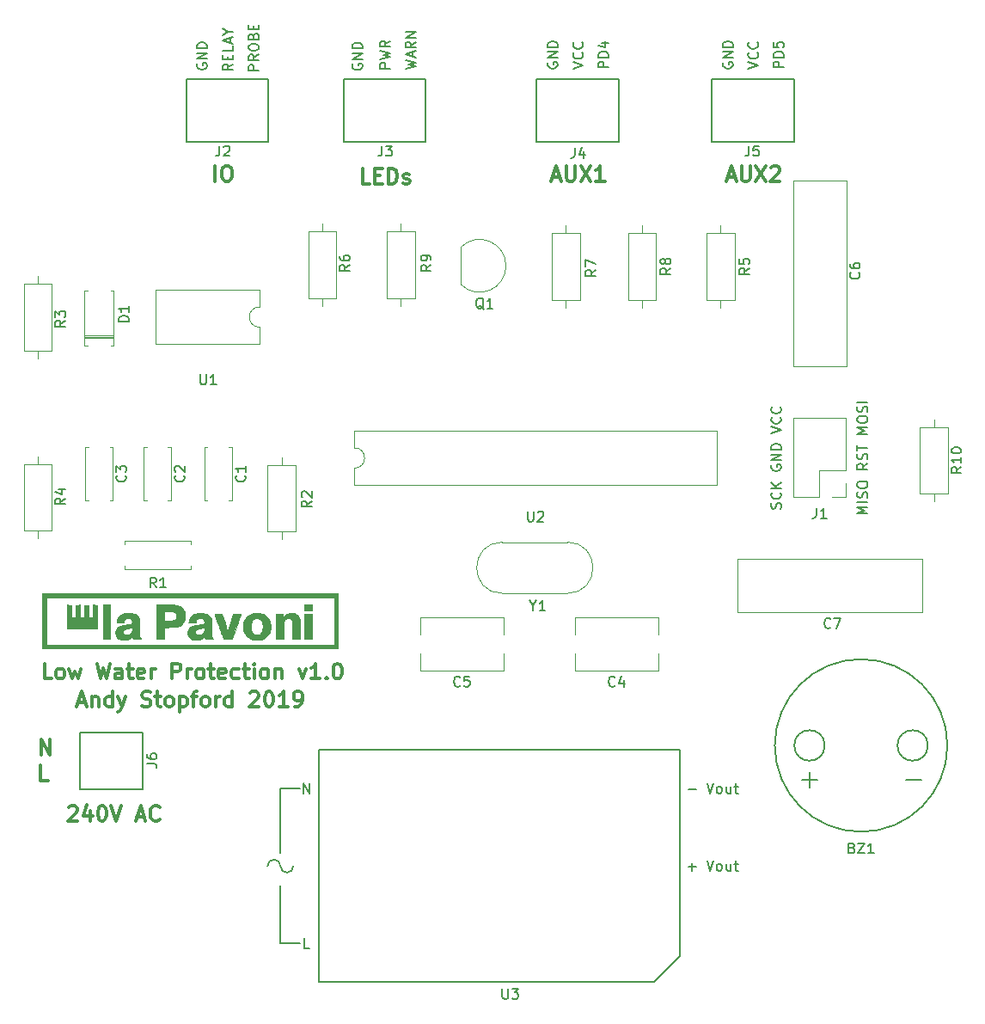
<source format=gto>
G04 #@! TF.GenerationSoftware,KiCad,Pcbnew,5.0.2-5.0.2*
G04 #@! TF.CreationDate,2019-08-16T20:36:11+01:00*
G04 #@! TF.ProjectId,MaquinaSafetyLevel,4d617175-696e-4615-9361-666574794c65,rev?*
G04 #@! TF.SameCoordinates,Original*
G04 #@! TF.FileFunction,Legend,Top*
G04 #@! TF.FilePolarity,Positive*
%FSLAX46Y46*%
G04 Gerber Fmt 4.6, Leading zero omitted, Abs format (unit mm)*
G04 Created by KiCad (PCBNEW 5.0.2-5.0.2) date Fri 16 Aug 2019 20:36:11 BST*
%MOMM*%
%LPD*%
G01*
G04 APERTURE LIST*
%ADD10C,0.300000*%
%ADD11C,0.150000*%
%ADD12C,0.120000*%
%ADD13C,0.010000*%
G04 APERTURE END LIST*
D10*
X118678571Y-49750000D02*
X119392857Y-49750000D01*
X118535714Y-50178571D02*
X119035714Y-48678571D01*
X119535714Y-50178571D01*
X120035714Y-48678571D02*
X120035714Y-49892857D01*
X120107142Y-50035714D01*
X120178571Y-50107142D01*
X120321428Y-50178571D01*
X120607142Y-50178571D01*
X120750000Y-50107142D01*
X120821428Y-50035714D01*
X120892857Y-49892857D01*
X120892857Y-48678571D01*
X121464285Y-48678571D02*
X122464285Y-50178571D01*
X122464285Y-48678571D02*
X121464285Y-50178571D01*
X122964285Y-48821428D02*
X123035714Y-48750000D01*
X123178571Y-48678571D01*
X123535714Y-48678571D01*
X123678571Y-48750000D01*
X123750000Y-48821428D01*
X123821428Y-48964285D01*
X123821428Y-49107142D01*
X123750000Y-49321428D01*
X122892857Y-50178571D01*
X123821428Y-50178571D01*
X101428571Y-49750000D02*
X102142857Y-49750000D01*
X101285714Y-50178571D02*
X101785714Y-48678571D01*
X102285714Y-50178571D01*
X102785714Y-48678571D02*
X102785714Y-49892857D01*
X102857142Y-50035714D01*
X102928571Y-50107142D01*
X103071428Y-50178571D01*
X103357142Y-50178571D01*
X103500000Y-50107142D01*
X103571428Y-50035714D01*
X103642857Y-49892857D01*
X103642857Y-48678571D01*
X104214285Y-48678571D02*
X105214285Y-50178571D01*
X105214285Y-48678571D02*
X104214285Y-50178571D01*
X106571428Y-50178571D02*
X105714285Y-50178571D01*
X106142857Y-50178571D02*
X106142857Y-48678571D01*
X106000000Y-48892857D01*
X105857142Y-49035714D01*
X105714285Y-49107142D01*
X83428571Y-50428571D02*
X82714285Y-50428571D01*
X82714285Y-48928571D01*
X83928571Y-49642857D02*
X84428571Y-49642857D01*
X84642857Y-50428571D02*
X83928571Y-50428571D01*
X83928571Y-48928571D01*
X84642857Y-48928571D01*
X85285714Y-50428571D02*
X85285714Y-48928571D01*
X85642857Y-48928571D01*
X85857142Y-49000000D01*
X86000000Y-49142857D01*
X86071428Y-49285714D01*
X86142857Y-49571428D01*
X86142857Y-49785714D01*
X86071428Y-50071428D01*
X86000000Y-50214285D01*
X85857142Y-50357142D01*
X85642857Y-50428571D01*
X85285714Y-50428571D01*
X86714285Y-50357142D02*
X86857142Y-50428571D01*
X87142857Y-50428571D01*
X87285714Y-50357142D01*
X87357142Y-50214285D01*
X87357142Y-50142857D01*
X87285714Y-50000000D01*
X87142857Y-49928571D01*
X86928571Y-49928571D01*
X86785714Y-49857142D01*
X86714285Y-49714285D01*
X86714285Y-49642857D01*
X86785714Y-49500000D01*
X86928571Y-49428571D01*
X87142857Y-49428571D01*
X87285714Y-49500000D01*
X68214285Y-50178571D02*
X68214285Y-48678571D01*
X69214285Y-48678571D02*
X69500000Y-48678571D01*
X69642857Y-48750000D01*
X69785714Y-48892857D01*
X69857142Y-49178571D01*
X69857142Y-49678571D01*
X69785714Y-49964285D01*
X69642857Y-50107142D01*
X69500000Y-50178571D01*
X69214285Y-50178571D01*
X69071428Y-50107142D01*
X68928571Y-49964285D01*
X68857142Y-49678571D01*
X68857142Y-49178571D01*
X68928571Y-48892857D01*
X69071428Y-48750000D01*
X69214285Y-48678571D01*
X54714285Y-101500000D02*
X55428571Y-101500000D01*
X54571428Y-101928571D02*
X55071428Y-100428571D01*
X55571428Y-101928571D01*
X56071428Y-100928571D02*
X56071428Y-101928571D01*
X56071428Y-101071428D02*
X56142857Y-101000000D01*
X56285714Y-100928571D01*
X56500000Y-100928571D01*
X56642857Y-101000000D01*
X56714285Y-101142857D01*
X56714285Y-101928571D01*
X58071428Y-101928571D02*
X58071428Y-100428571D01*
X58071428Y-101857142D02*
X57928571Y-101928571D01*
X57642857Y-101928571D01*
X57500000Y-101857142D01*
X57428571Y-101785714D01*
X57357142Y-101642857D01*
X57357142Y-101214285D01*
X57428571Y-101071428D01*
X57500000Y-101000000D01*
X57642857Y-100928571D01*
X57928571Y-100928571D01*
X58071428Y-101000000D01*
X58642857Y-100928571D02*
X59000000Y-101928571D01*
X59357142Y-100928571D02*
X59000000Y-101928571D01*
X58857142Y-102285714D01*
X58785714Y-102357142D01*
X58642857Y-102428571D01*
X61000000Y-101857142D02*
X61214285Y-101928571D01*
X61571428Y-101928571D01*
X61714285Y-101857142D01*
X61785714Y-101785714D01*
X61857142Y-101642857D01*
X61857142Y-101500000D01*
X61785714Y-101357142D01*
X61714285Y-101285714D01*
X61571428Y-101214285D01*
X61285714Y-101142857D01*
X61142857Y-101071428D01*
X61071428Y-101000000D01*
X61000000Y-100857142D01*
X61000000Y-100714285D01*
X61071428Y-100571428D01*
X61142857Y-100500000D01*
X61285714Y-100428571D01*
X61642857Y-100428571D01*
X61857142Y-100500000D01*
X62285714Y-100928571D02*
X62857142Y-100928571D01*
X62500000Y-100428571D02*
X62500000Y-101714285D01*
X62571428Y-101857142D01*
X62714285Y-101928571D01*
X62857142Y-101928571D01*
X63571428Y-101928571D02*
X63428571Y-101857142D01*
X63357142Y-101785714D01*
X63285714Y-101642857D01*
X63285714Y-101214285D01*
X63357142Y-101071428D01*
X63428571Y-101000000D01*
X63571428Y-100928571D01*
X63785714Y-100928571D01*
X63928571Y-101000000D01*
X64000000Y-101071428D01*
X64071428Y-101214285D01*
X64071428Y-101642857D01*
X64000000Y-101785714D01*
X63928571Y-101857142D01*
X63785714Y-101928571D01*
X63571428Y-101928571D01*
X64714285Y-100928571D02*
X64714285Y-102428571D01*
X64714285Y-101000000D02*
X64857142Y-100928571D01*
X65142857Y-100928571D01*
X65285714Y-101000000D01*
X65357142Y-101071428D01*
X65428571Y-101214285D01*
X65428571Y-101642857D01*
X65357142Y-101785714D01*
X65285714Y-101857142D01*
X65142857Y-101928571D01*
X64857142Y-101928571D01*
X64714285Y-101857142D01*
X65857142Y-100928571D02*
X66428571Y-100928571D01*
X66071428Y-101928571D02*
X66071428Y-100642857D01*
X66142857Y-100500000D01*
X66285714Y-100428571D01*
X66428571Y-100428571D01*
X67142857Y-101928571D02*
X67000000Y-101857142D01*
X66928571Y-101785714D01*
X66857142Y-101642857D01*
X66857142Y-101214285D01*
X66928571Y-101071428D01*
X67000000Y-101000000D01*
X67142857Y-100928571D01*
X67357142Y-100928571D01*
X67500000Y-101000000D01*
X67571428Y-101071428D01*
X67642857Y-101214285D01*
X67642857Y-101642857D01*
X67571428Y-101785714D01*
X67500000Y-101857142D01*
X67357142Y-101928571D01*
X67142857Y-101928571D01*
X68285714Y-101928571D02*
X68285714Y-100928571D01*
X68285714Y-101214285D02*
X68357142Y-101071428D01*
X68428571Y-101000000D01*
X68571428Y-100928571D01*
X68714285Y-100928571D01*
X69857142Y-101928571D02*
X69857142Y-100428571D01*
X69857142Y-101857142D02*
X69714285Y-101928571D01*
X69428571Y-101928571D01*
X69285714Y-101857142D01*
X69214285Y-101785714D01*
X69142857Y-101642857D01*
X69142857Y-101214285D01*
X69214285Y-101071428D01*
X69285714Y-101000000D01*
X69428571Y-100928571D01*
X69714285Y-100928571D01*
X69857142Y-101000000D01*
X71642857Y-100571428D02*
X71714285Y-100500000D01*
X71857142Y-100428571D01*
X72214285Y-100428571D01*
X72357142Y-100500000D01*
X72428571Y-100571428D01*
X72500000Y-100714285D01*
X72500000Y-100857142D01*
X72428571Y-101071428D01*
X71571428Y-101928571D01*
X72500000Y-101928571D01*
X73428571Y-100428571D02*
X73571428Y-100428571D01*
X73714285Y-100500000D01*
X73785714Y-100571428D01*
X73857142Y-100714285D01*
X73928571Y-101000000D01*
X73928571Y-101357142D01*
X73857142Y-101642857D01*
X73785714Y-101785714D01*
X73714285Y-101857142D01*
X73571428Y-101928571D01*
X73428571Y-101928571D01*
X73285714Y-101857142D01*
X73214285Y-101785714D01*
X73142857Y-101642857D01*
X73071428Y-101357142D01*
X73071428Y-101000000D01*
X73142857Y-100714285D01*
X73214285Y-100571428D01*
X73285714Y-100500000D01*
X73428571Y-100428571D01*
X75357142Y-101928571D02*
X74500000Y-101928571D01*
X74928571Y-101928571D02*
X74928571Y-100428571D01*
X74785714Y-100642857D01*
X74642857Y-100785714D01*
X74500000Y-100857142D01*
X76071428Y-101928571D02*
X76357142Y-101928571D01*
X76500000Y-101857142D01*
X76571428Y-101785714D01*
X76714285Y-101571428D01*
X76785714Y-101285714D01*
X76785714Y-100714285D01*
X76714285Y-100571428D01*
X76642857Y-100500000D01*
X76500000Y-100428571D01*
X76214285Y-100428571D01*
X76071428Y-100500000D01*
X76000000Y-100571428D01*
X75928571Y-100714285D01*
X75928571Y-101071428D01*
X76000000Y-101214285D01*
X76071428Y-101285714D01*
X76214285Y-101357142D01*
X76500000Y-101357142D01*
X76642857Y-101285714D01*
X76714285Y-101214285D01*
X76785714Y-101071428D01*
X53785714Y-111821428D02*
X53857142Y-111750000D01*
X54000000Y-111678571D01*
X54357142Y-111678571D01*
X54500000Y-111750000D01*
X54571428Y-111821428D01*
X54642857Y-111964285D01*
X54642857Y-112107142D01*
X54571428Y-112321428D01*
X53714285Y-113178571D01*
X54642857Y-113178571D01*
X55928571Y-112178571D02*
X55928571Y-113178571D01*
X55571428Y-111607142D02*
X55214285Y-112678571D01*
X56142857Y-112678571D01*
X57000000Y-111678571D02*
X57142857Y-111678571D01*
X57285714Y-111750000D01*
X57357142Y-111821428D01*
X57428571Y-111964285D01*
X57500000Y-112250000D01*
X57500000Y-112607142D01*
X57428571Y-112892857D01*
X57357142Y-113035714D01*
X57285714Y-113107142D01*
X57142857Y-113178571D01*
X57000000Y-113178571D01*
X56857142Y-113107142D01*
X56785714Y-113035714D01*
X56714285Y-112892857D01*
X56642857Y-112607142D01*
X56642857Y-112250000D01*
X56714285Y-111964285D01*
X56785714Y-111821428D01*
X56857142Y-111750000D01*
X57000000Y-111678571D01*
X57928571Y-111678571D02*
X58428571Y-113178571D01*
X58928571Y-111678571D01*
X60500000Y-112750000D02*
X61214285Y-112750000D01*
X60357142Y-113178571D02*
X60857142Y-111678571D01*
X61357142Y-113178571D01*
X62714285Y-113035714D02*
X62642857Y-113107142D01*
X62428571Y-113178571D01*
X62285714Y-113178571D01*
X62071428Y-113107142D01*
X61928571Y-112964285D01*
X61857142Y-112821428D01*
X61785714Y-112535714D01*
X61785714Y-112321428D01*
X61857142Y-112035714D01*
X61928571Y-111892857D01*
X62071428Y-111750000D01*
X62285714Y-111678571D01*
X62428571Y-111678571D01*
X62642857Y-111750000D01*
X62714285Y-111821428D01*
X51714285Y-109178571D02*
X51000000Y-109178571D01*
X51000000Y-107678571D01*
X51071428Y-106678571D02*
X51071428Y-105178571D01*
X51928571Y-106678571D01*
X51928571Y-105178571D01*
D11*
X124202380Y-38988095D02*
X123202380Y-38988095D01*
X123202380Y-38607142D01*
X123250000Y-38511904D01*
X123297619Y-38464285D01*
X123392857Y-38416666D01*
X123535714Y-38416666D01*
X123630952Y-38464285D01*
X123678571Y-38511904D01*
X123726190Y-38607142D01*
X123726190Y-38988095D01*
X124202380Y-37988095D02*
X123202380Y-37988095D01*
X123202380Y-37750000D01*
X123250000Y-37607142D01*
X123345238Y-37511904D01*
X123440476Y-37464285D01*
X123630952Y-37416666D01*
X123773809Y-37416666D01*
X123964285Y-37464285D01*
X124059523Y-37511904D01*
X124154761Y-37607142D01*
X124202380Y-37750000D01*
X124202380Y-37988095D01*
X123202380Y-36511904D02*
X123202380Y-36988095D01*
X123678571Y-37035714D01*
X123630952Y-36988095D01*
X123583333Y-36892857D01*
X123583333Y-36654761D01*
X123630952Y-36559523D01*
X123678571Y-36511904D01*
X123773809Y-36464285D01*
X124011904Y-36464285D01*
X124107142Y-36511904D01*
X124154761Y-36559523D01*
X124202380Y-36654761D01*
X124202380Y-36892857D01*
X124154761Y-36988095D01*
X124107142Y-37035714D01*
X120702380Y-39083333D02*
X121702380Y-38750000D01*
X120702380Y-38416666D01*
X121607142Y-37511904D02*
X121654761Y-37559523D01*
X121702380Y-37702380D01*
X121702380Y-37797619D01*
X121654761Y-37940476D01*
X121559523Y-38035714D01*
X121464285Y-38083333D01*
X121273809Y-38130952D01*
X121130952Y-38130952D01*
X120940476Y-38083333D01*
X120845238Y-38035714D01*
X120750000Y-37940476D01*
X120702380Y-37797619D01*
X120702380Y-37702380D01*
X120750000Y-37559523D01*
X120797619Y-37511904D01*
X121607142Y-36511904D02*
X121654761Y-36559523D01*
X121702380Y-36702380D01*
X121702380Y-36797619D01*
X121654761Y-36940476D01*
X121559523Y-37035714D01*
X121464285Y-37083333D01*
X121273809Y-37130952D01*
X121130952Y-37130952D01*
X120940476Y-37083333D01*
X120845238Y-37035714D01*
X120750000Y-36940476D01*
X120702380Y-36797619D01*
X120702380Y-36702380D01*
X120750000Y-36559523D01*
X120797619Y-36511904D01*
X106952380Y-38988095D02*
X105952380Y-38988095D01*
X105952380Y-38607142D01*
X106000000Y-38511904D01*
X106047619Y-38464285D01*
X106142857Y-38416666D01*
X106285714Y-38416666D01*
X106380952Y-38464285D01*
X106428571Y-38511904D01*
X106476190Y-38607142D01*
X106476190Y-38988095D01*
X106952380Y-37988095D02*
X105952380Y-37988095D01*
X105952380Y-37750000D01*
X106000000Y-37607142D01*
X106095238Y-37511904D01*
X106190476Y-37464285D01*
X106380952Y-37416666D01*
X106523809Y-37416666D01*
X106714285Y-37464285D01*
X106809523Y-37511904D01*
X106904761Y-37607142D01*
X106952380Y-37750000D01*
X106952380Y-37988095D01*
X106285714Y-36559523D02*
X106952380Y-36559523D01*
X105904761Y-36797619D02*
X106619047Y-37035714D01*
X106619047Y-36416666D01*
X103452380Y-39083333D02*
X104452380Y-38750000D01*
X103452380Y-38416666D01*
X104357142Y-37511904D02*
X104404761Y-37559523D01*
X104452380Y-37702380D01*
X104452380Y-37797619D01*
X104404761Y-37940476D01*
X104309523Y-38035714D01*
X104214285Y-38083333D01*
X104023809Y-38130952D01*
X103880952Y-38130952D01*
X103690476Y-38083333D01*
X103595238Y-38035714D01*
X103500000Y-37940476D01*
X103452380Y-37797619D01*
X103452380Y-37702380D01*
X103500000Y-37559523D01*
X103547619Y-37511904D01*
X104357142Y-36511904D02*
X104404761Y-36559523D01*
X104452380Y-36702380D01*
X104452380Y-36797619D01*
X104404761Y-36940476D01*
X104309523Y-37035714D01*
X104214285Y-37083333D01*
X104023809Y-37130952D01*
X103880952Y-37130952D01*
X103690476Y-37083333D01*
X103595238Y-37035714D01*
X103500000Y-36940476D01*
X103452380Y-36797619D01*
X103452380Y-36702380D01*
X103500000Y-36559523D01*
X103547619Y-36511904D01*
X86952380Y-39130952D02*
X87952380Y-38892857D01*
X87238095Y-38702380D01*
X87952380Y-38511904D01*
X86952380Y-38273809D01*
X87666666Y-37940476D02*
X87666666Y-37464285D01*
X87952380Y-38035714D02*
X86952380Y-37702380D01*
X87952380Y-37369047D01*
X87952380Y-36464285D02*
X87476190Y-36797619D01*
X87952380Y-37035714D02*
X86952380Y-37035714D01*
X86952380Y-36654761D01*
X87000000Y-36559523D01*
X87047619Y-36511904D01*
X87142857Y-36464285D01*
X87285714Y-36464285D01*
X87380952Y-36511904D01*
X87428571Y-36559523D01*
X87476190Y-36654761D01*
X87476190Y-37035714D01*
X87952380Y-36035714D02*
X86952380Y-36035714D01*
X87952380Y-35464285D01*
X86952380Y-35464285D01*
X85452380Y-39083333D02*
X84452380Y-39083333D01*
X84452380Y-38702380D01*
X84500000Y-38607142D01*
X84547619Y-38559523D01*
X84642857Y-38511904D01*
X84785714Y-38511904D01*
X84880952Y-38559523D01*
X84928571Y-38607142D01*
X84976190Y-38702380D01*
X84976190Y-39083333D01*
X84452380Y-38178571D02*
X85452380Y-37940476D01*
X84738095Y-37750000D01*
X85452380Y-37559523D01*
X84452380Y-37321428D01*
X85452380Y-36369047D02*
X84976190Y-36702380D01*
X85452380Y-36940476D02*
X84452380Y-36940476D01*
X84452380Y-36559523D01*
X84500000Y-36464285D01*
X84547619Y-36416666D01*
X84642857Y-36369047D01*
X84785714Y-36369047D01*
X84880952Y-36416666D01*
X84928571Y-36464285D01*
X84976190Y-36559523D01*
X84976190Y-36940476D01*
X72502380Y-39288095D02*
X71502380Y-39288095D01*
X71502380Y-38907142D01*
X71550000Y-38811904D01*
X71597619Y-38764285D01*
X71692857Y-38716666D01*
X71835714Y-38716666D01*
X71930952Y-38764285D01*
X71978571Y-38811904D01*
X72026190Y-38907142D01*
X72026190Y-39288095D01*
X72502380Y-37716666D02*
X72026190Y-38050000D01*
X72502380Y-38288095D02*
X71502380Y-38288095D01*
X71502380Y-37907142D01*
X71550000Y-37811904D01*
X71597619Y-37764285D01*
X71692857Y-37716666D01*
X71835714Y-37716666D01*
X71930952Y-37764285D01*
X71978571Y-37811904D01*
X72026190Y-37907142D01*
X72026190Y-38288095D01*
X71502380Y-37097619D02*
X71502380Y-36907142D01*
X71550000Y-36811904D01*
X71645238Y-36716666D01*
X71835714Y-36669047D01*
X72169047Y-36669047D01*
X72359523Y-36716666D01*
X72454761Y-36811904D01*
X72502380Y-36907142D01*
X72502380Y-37097619D01*
X72454761Y-37192857D01*
X72359523Y-37288095D01*
X72169047Y-37335714D01*
X71835714Y-37335714D01*
X71645238Y-37288095D01*
X71550000Y-37192857D01*
X71502380Y-37097619D01*
X71978571Y-35907142D02*
X72026190Y-35764285D01*
X72073809Y-35716666D01*
X72169047Y-35669047D01*
X72311904Y-35669047D01*
X72407142Y-35716666D01*
X72454761Y-35764285D01*
X72502380Y-35859523D01*
X72502380Y-36240476D01*
X71502380Y-36240476D01*
X71502380Y-35907142D01*
X71550000Y-35811904D01*
X71597619Y-35764285D01*
X71692857Y-35716666D01*
X71788095Y-35716666D01*
X71883333Y-35764285D01*
X71930952Y-35811904D01*
X71978571Y-35907142D01*
X71978571Y-36240476D01*
X71978571Y-35240476D02*
X71978571Y-34907142D01*
X72502380Y-34764285D02*
X72502380Y-35240476D01*
X71502380Y-35240476D01*
X71502380Y-34764285D01*
X66450000Y-38611904D02*
X66402380Y-38707142D01*
X66402380Y-38850000D01*
X66450000Y-38992857D01*
X66545238Y-39088095D01*
X66640476Y-39135714D01*
X66830952Y-39183333D01*
X66973809Y-39183333D01*
X67164285Y-39135714D01*
X67259523Y-39088095D01*
X67354761Y-38992857D01*
X67402380Y-38850000D01*
X67402380Y-38754761D01*
X67354761Y-38611904D01*
X67307142Y-38564285D01*
X66973809Y-38564285D01*
X66973809Y-38754761D01*
X67402380Y-38135714D02*
X66402380Y-38135714D01*
X67402380Y-37564285D01*
X66402380Y-37564285D01*
X67402380Y-37088095D02*
X66402380Y-37088095D01*
X66402380Y-36850000D01*
X66450000Y-36707142D01*
X66545238Y-36611904D01*
X66640476Y-36564285D01*
X66830952Y-36516666D01*
X66973809Y-36516666D01*
X67164285Y-36564285D01*
X67259523Y-36611904D01*
X67354761Y-36707142D01*
X67402380Y-36850000D01*
X67402380Y-37088095D01*
D10*
X52107142Y-99178571D02*
X51392857Y-99178571D01*
X51392857Y-97678571D01*
X52821428Y-99178571D02*
X52678571Y-99107142D01*
X52607142Y-99035714D01*
X52535714Y-98892857D01*
X52535714Y-98464285D01*
X52607142Y-98321428D01*
X52678571Y-98250000D01*
X52821428Y-98178571D01*
X53035714Y-98178571D01*
X53178571Y-98250000D01*
X53250000Y-98321428D01*
X53321428Y-98464285D01*
X53321428Y-98892857D01*
X53250000Y-99035714D01*
X53178571Y-99107142D01*
X53035714Y-99178571D01*
X52821428Y-99178571D01*
X53821428Y-98178571D02*
X54107142Y-99178571D01*
X54392857Y-98464285D01*
X54678571Y-99178571D01*
X54964285Y-98178571D01*
X56535714Y-97678571D02*
X56892857Y-99178571D01*
X57178571Y-98107142D01*
X57464285Y-99178571D01*
X57821428Y-97678571D01*
X59035714Y-99178571D02*
X59035714Y-98392857D01*
X58964285Y-98250000D01*
X58821428Y-98178571D01*
X58535714Y-98178571D01*
X58392857Y-98250000D01*
X59035714Y-99107142D02*
X58892857Y-99178571D01*
X58535714Y-99178571D01*
X58392857Y-99107142D01*
X58321428Y-98964285D01*
X58321428Y-98821428D01*
X58392857Y-98678571D01*
X58535714Y-98607142D01*
X58892857Y-98607142D01*
X59035714Y-98535714D01*
X59535714Y-98178571D02*
X60107142Y-98178571D01*
X59750000Y-97678571D02*
X59750000Y-98964285D01*
X59821428Y-99107142D01*
X59964285Y-99178571D01*
X60107142Y-99178571D01*
X61178571Y-99107142D02*
X61035714Y-99178571D01*
X60750000Y-99178571D01*
X60607142Y-99107142D01*
X60535714Y-98964285D01*
X60535714Y-98392857D01*
X60607142Y-98250000D01*
X60750000Y-98178571D01*
X61035714Y-98178571D01*
X61178571Y-98250000D01*
X61250000Y-98392857D01*
X61250000Y-98535714D01*
X60535714Y-98678571D01*
X61892857Y-99178571D02*
X61892857Y-98178571D01*
X61892857Y-98464285D02*
X61964285Y-98321428D01*
X62035714Y-98250000D01*
X62178571Y-98178571D01*
X62321428Y-98178571D01*
X63964285Y-99178571D02*
X63964285Y-97678571D01*
X64535714Y-97678571D01*
X64678571Y-97750000D01*
X64750000Y-97821428D01*
X64821428Y-97964285D01*
X64821428Y-98178571D01*
X64750000Y-98321428D01*
X64678571Y-98392857D01*
X64535714Y-98464285D01*
X63964285Y-98464285D01*
X65464285Y-99178571D02*
X65464285Y-98178571D01*
X65464285Y-98464285D02*
X65535714Y-98321428D01*
X65607142Y-98250000D01*
X65750000Y-98178571D01*
X65892857Y-98178571D01*
X66607142Y-99178571D02*
X66464285Y-99107142D01*
X66392857Y-99035714D01*
X66321428Y-98892857D01*
X66321428Y-98464285D01*
X66392857Y-98321428D01*
X66464285Y-98250000D01*
X66607142Y-98178571D01*
X66821428Y-98178571D01*
X66964285Y-98250000D01*
X67035714Y-98321428D01*
X67107142Y-98464285D01*
X67107142Y-98892857D01*
X67035714Y-99035714D01*
X66964285Y-99107142D01*
X66821428Y-99178571D01*
X66607142Y-99178571D01*
X67535714Y-98178571D02*
X68107142Y-98178571D01*
X67750000Y-97678571D02*
X67750000Y-98964285D01*
X67821428Y-99107142D01*
X67964285Y-99178571D01*
X68107142Y-99178571D01*
X69178571Y-99107142D02*
X69035714Y-99178571D01*
X68750000Y-99178571D01*
X68607142Y-99107142D01*
X68535714Y-98964285D01*
X68535714Y-98392857D01*
X68607142Y-98250000D01*
X68750000Y-98178571D01*
X69035714Y-98178571D01*
X69178571Y-98250000D01*
X69250000Y-98392857D01*
X69250000Y-98535714D01*
X68535714Y-98678571D01*
X70535714Y-99107142D02*
X70392857Y-99178571D01*
X70107142Y-99178571D01*
X69964285Y-99107142D01*
X69892857Y-99035714D01*
X69821428Y-98892857D01*
X69821428Y-98464285D01*
X69892857Y-98321428D01*
X69964285Y-98250000D01*
X70107142Y-98178571D01*
X70392857Y-98178571D01*
X70535714Y-98250000D01*
X70964285Y-98178571D02*
X71535714Y-98178571D01*
X71178571Y-97678571D02*
X71178571Y-98964285D01*
X71250000Y-99107142D01*
X71392857Y-99178571D01*
X71535714Y-99178571D01*
X72035714Y-99178571D02*
X72035714Y-98178571D01*
X72035714Y-97678571D02*
X71964285Y-97750000D01*
X72035714Y-97821428D01*
X72107142Y-97750000D01*
X72035714Y-97678571D01*
X72035714Y-97821428D01*
X72964285Y-99178571D02*
X72821428Y-99107142D01*
X72750000Y-99035714D01*
X72678571Y-98892857D01*
X72678571Y-98464285D01*
X72750000Y-98321428D01*
X72821428Y-98250000D01*
X72964285Y-98178571D01*
X73178571Y-98178571D01*
X73321428Y-98250000D01*
X73392857Y-98321428D01*
X73464285Y-98464285D01*
X73464285Y-98892857D01*
X73392857Y-99035714D01*
X73321428Y-99107142D01*
X73178571Y-99178571D01*
X72964285Y-99178571D01*
X74107142Y-98178571D02*
X74107142Y-99178571D01*
X74107142Y-98321428D02*
X74178571Y-98250000D01*
X74321428Y-98178571D01*
X74535714Y-98178571D01*
X74678571Y-98250000D01*
X74750000Y-98392857D01*
X74750000Y-99178571D01*
X76464285Y-98178571D02*
X76821428Y-99178571D01*
X77178571Y-98178571D01*
X78535714Y-99178571D02*
X77678571Y-99178571D01*
X78107142Y-99178571D02*
X78107142Y-97678571D01*
X77964285Y-97892857D01*
X77821428Y-98035714D01*
X77678571Y-98107142D01*
X79178571Y-99035714D02*
X79250000Y-99107142D01*
X79178571Y-99178571D01*
X79107142Y-99107142D01*
X79178571Y-99035714D01*
X79178571Y-99178571D01*
X80178571Y-97678571D02*
X80321428Y-97678571D01*
X80464285Y-97750000D01*
X80535714Y-97821428D01*
X80607142Y-97964285D01*
X80678571Y-98250000D01*
X80678571Y-98607142D01*
X80607142Y-98892857D01*
X80535714Y-99035714D01*
X80464285Y-99107142D01*
X80321428Y-99178571D01*
X80178571Y-99178571D01*
X80035714Y-99107142D01*
X79964285Y-99035714D01*
X79892857Y-98892857D01*
X79821428Y-98607142D01*
X79821428Y-98250000D01*
X79892857Y-97964285D01*
X79964285Y-97821428D01*
X80035714Y-97750000D01*
X80178571Y-97678571D01*
D11*
X118250000Y-38511904D02*
X118202380Y-38607142D01*
X118202380Y-38750000D01*
X118250000Y-38892857D01*
X118345238Y-38988095D01*
X118440476Y-39035714D01*
X118630952Y-39083333D01*
X118773809Y-39083333D01*
X118964285Y-39035714D01*
X119059523Y-38988095D01*
X119154761Y-38892857D01*
X119202380Y-38750000D01*
X119202380Y-38654761D01*
X119154761Y-38511904D01*
X119107142Y-38464285D01*
X118773809Y-38464285D01*
X118773809Y-38654761D01*
X119202380Y-38035714D02*
X118202380Y-38035714D01*
X119202380Y-37464285D01*
X118202380Y-37464285D01*
X119202380Y-36988095D02*
X118202380Y-36988095D01*
X118202380Y-36750000D01*
X118250000Y-36607142D01*
X118345238Y-36511904D01*
X118440476Y-36464285D01*
X118630952Y-36416666D01*
X118773809Y-36416666D01*
X118964285Y-36464285D01*
X119059523Y-36511904D01*
X119154761Y-36607142D01*
X119202380Y-36750000D01*
X119202380Y-36988095D01*
X101000000Y-38511904D02*
X100952380Y-38607142D01*
X100952380Y-38750000D01*
X101000000Y-38892857D01*
X101095238Y-38988095D01*
X101190476Y-39035714D01*
X101380952Y-39083333D01*
X101523809Y-39083333D01*
X101714285Y-39035714D01*
X101809523Y-38988095D01*
X101904761Y-38892857D01*
X101952380Y-38750000D01*
X101952380Y-38654761D01*
X101904761Y-38511904D01*
X101857142Y-38464285D01*
X101523809Y-38464285D01*
X101523809Y-38654761D01*
X101952380Y-38035714D02*
X100952380Y-38035714D01*
X101952380Y-37464285D01*
X100952380Y-37464285D01*
X101952380Y-36988095D02*
X100952380Y-36988095D01*
X100952380Y-36750000D01*
X101000000Y-36607142D01*
X101095238Y-36511904D01*
X101190476Y-36464285D01*
X101380952Y-36416666D01*
X101523809Y-36416666D01*
X101714285Y-36464285D01*
X101809523Y-36511904D01*
X101904761Y-36607142D01*
X101952380Y-36750000D01*
X101952380Y-36988095D01*
X132458978Y-82926800D02*
X131458978Y-82926800D01*
X132173264Y-82593466D01*
X131458978Y-82260133D01*
X132458978Y-82260133D01*
X132458978Y-81783942D02*
X131458978Y-81783942D01*
X132411359Y-81355371D02*
X132458978Y-81212514D01*
X132458978Y-80974419D01*
X132411359Y-80879180D01*
X132363740Y-80831561D01*
X132268502Y-80783942D01*
X132173264Y-80783942D01*
X132078026Y-80831561D01*
X132030407Y-80879180D01*
X131982788Y-80974419D01*
X131935169Y-81164895D01*
X131887550Y-81260133D01*
X131839931Y-81307752D01*
X131744693Y-81355371D01*
X131649455Y-81355371D01*
X131554217Y-81307752D01*
X131506598Y-81260133D01*
X131458978Y-81164895D01*
X131458978Y-80926800D01*
X131506598Y-80783942D01*
X131458978Y-80164895D02*
X131458978Y-79974419D01*
X131506598Y-79879180D01*
X131601836Y-79783942D01*
X131792312Y-79736323D01*
X132125645Y-79736323D01*
X132316121Y-79783942D01*
X132411359Y-79879180D01*
X132458978Y-79974419D01*
X132458978Y-80164895D01*
X132411359Y-80260133D01*
X132316121Y-80355371D01*
X132125645Y-80402990D01*
X131792312Y-80402990D01*
X131601836Y-80355371D01*
X131506598Y-80260133D01*
X131458978Y-80164895D01*
X132458978Y-77974419D02*
X131982788Y-78307752D01*
X132458978Y-78545847D02*
X131458978Y-78545847D01*
X131458978Y-78164895D01*
X131506598Y-78069657D01*
X131554217Y-78022038D01*
X131649455Y-77974419D01*
X131792312Y-77974419D01*
X131887550Y-78022038D01*
X131935169Y-78069657D01*
X131982788Y-78164895D01*
X131982788Y-78545847D01*
X132411359Y-77593466D02*
X132458978Y-77450609D01*
X132458978Y-77212514D01*
X132411359Y-77117276D01*
X132363740Y-77069657D01*
X132268502Y-77022038D01*
X132173264Y-77022038D01*
X132078026Y-77069657D01*
X132030407Y-77117276D01*
X131982788Y-77212514D01*
X131935169Y-77402990D01*
X131887550Y-77498228D01*
X131839931Y-77545847D01*
X131744693Y-77593466D01*
X131649455Y-77593466D01*
X131554217Y-77545847D01*
X131506598Y-77498228D01*
X131458978Y-77402990D01*
X131458978Y-77164895D01*
X131506598Y-77022038D01*
X131458978Y-76736323D02*
X131458978Y-76164895D01*
X132458978Y-76450609D02*
X131458978Y-76450609D01*
X132458978Y-75069657D02*
X131458978Y-75069657D01*
X132173264Y-74736323D01*
X131458978Y-74402990D01*
X132458978Y-74402990D01*
X131458978Y-73736323D02*
X131458978Y-73545847D01*
X131506598Y-73450609D01*
X131601836Y-73355371D01*
X131792312Y-73307752D01*
X132125645Y-73307752D01*
X132316121Y-73355371D01*
X132411359Y-73450609D01*
X132458978Y-73545847D01*
X132458978Y-73736323D01*
X132411359Y-73831561D01*
X132316121Y-73926800D01*
X132125645Y-73974419D01*
X131792312Y-73974419D01*
X131601836Y-73926800D01*
X131506598Y-73831561D01*
X131458978Y-73736323D01*
X132411359Y-72926800D02*
X132458978Y-72783942D01*
X132458978Y-72545847D01*
X132411359Y-72450609D01*
X132363740Y-72402990D01*
X132268502Y-72355371D01*
X132173264Y-72355371D01*
X132078026Y-72402990D01*
X132030407Y-72450609D01*
X131982788Y-72545847D01*
X131935169Y-72736323D01*
X131887550Y-72831561D01*
X131839931Y-72879180D01*
X131744693Y-72926800D01*
X131649455Y-72926800D01*
X131554217Y-72879180D01*
X131506598Y-72831561D01*
X131458978Y-72736323D01*
X131458978Y-72498228D01*
X131506598Y-72355371D01*
X132458978Y-71926800D02*
X131458978Y-71926800D01*
X123911359Y-82426800D02*
X123958978Y-82283942D01*
X123958978Y-82045847D01*
X123911359Y-81950609D01*
X123863740Y-81902990D01*
X123768502Y-81855371D01*
X123673264Y-81855371D01*
X123578026Y-81902990D01*
X123530407Y-81950609D01*
X123482788Y-82045847D01*
X123435169Y-82236323D01*
X123387550Y-82331561D01*
X123339931Y-82379180D01*
X123244693Y-82426800D01*
X123149455Y-82426800D01*
X123054217Y-82379180D01*
X123006598Y-82331561D01*
X122958978Y-82236323D01*
X122958978Y-81998228D01*
X123006598Y-81855371D01*
X123863740Y-80855371D02*
X123911359Y-80902990D01*
X123958978Y-81045847D01*
X123958978Y-81141085D01*
X123911359Y-81283942D01*
X123816121Y-81379180D01*
X123720883Y-81426800D01*
X123530407Y-81474419D01*
X123387550Y-81474419D01*
X123197074Y-81426800D01*
X123101836Y-81379180D01*
X123006598Y-81283942D01*
X122958978Y-81141085D01*
X122958978Y-81045847D01*
X123006598Y-80902990D01*
X123054217Y-80855371D01*
X123958978Y-80426800D02*
X122958978Y-80426800D01*
X123958978Y-79855371D02*
X123387550Y-80283942D01*
X122958978Y-79855371D02*
X123530407Y-80426800D01*
X123006598Y-78141085D02*
X122958978Y-78236323D01*
X122958978Y-78379180D01*
X123006598Y-78522038D01*
X123101836Y-78617276D01*
X123197074Y-78664895D01*
X123387550Y-78712514D01*
X123530407Y-78712514D01*
X123720883Y-78664895D01*
X123816121Y-78617276D01*
X123911359Y-78522038D01*
X123958978Y-78379180D01*
X123958978Y-78283942D01*
X123911359Y-78141085D01*
X123863740Y-78093466D01*
X123530407Y-78093466D01*
X123530407Y-78283942D01*
X123958978Y-77664895D02*
X122958978Y-77664895D01*
X123958978Y-77093466D01*
X122958978Y-77093466D01*
X123958978Y-76617276D02*
X122958978Y-76617276D01*
X122958978Y-76379180D01*
X123006598Y-76236323D01*
X123101836Y-76141085D01*
X123197074Y-76093466D01*
X123387550Y-76045847D01*
X123530407Y-76045847D01*
X123720883Y-76093466D01*
X123816121Y-76141085D01*
X123911359Y-76236323D01*
X123958978Y-76379180D01*
X123958978Y-76617276D01*
X122958978Y-74998228D02*
X123958978Y-74664895D01*
X122958978Y-74331561D01*
X123863740Y-73426800D02*
X123911359Y-73474419D01*
X123958978Y-73617276D01*
X123958978Y-73712514D01*
X123911359Y-73855371D01*
X123816121Y-73950609D01*
X123720883Y-73998228D01*
X123530407Y-74045847D01*
X123387550Y-74045847D01*
X123197074Y-73998228D01*
X123101836Y-73950609D01*
X123006598Y-73855371D01*
X122958978Y-73712514D01*
X122958978Y-73617276D01*
X123006598Y-73474419D01*
X123054217Y-73426800D01*
X123863740Y-72426800D02*
X123911359Y-72474419D01*
X123958978Y-72617276D01*
X123958978Y-72712514D01*
X123911359Y-72855371D01*
X123816121Y-72950609D01*
X123720883Y-72998228D01*
X123530407Y-73045847D01*
X123387550Y-73045847D01*
X123197074Y-72998228D01*
X123101836Y-72950609D01*
X123006598Y-72855371D01*
X122958978Y-72712514D01*
X122958978Y-72617276D01*
X123006598Y-72474419D01*
X123054217Y-72426800D01*
X69952380Y-38654761D02*
X69476190Y-38988095D01*
X69952380Y-39226190D02*
X68952380Y-39226190D01*
X68952380Y-38845238D01*
X69000000Y-38750000D01*
X69047619Y-38702380D01*
X69142857Y-38654761D01*
X69285714Y-38654761D01*
X69380952Y-38702380D01*
X69428571Y-38750000D01*
X69476190Y-38845238D01*
X69476190Y-39226190D01*
X69428571Y-38226190D02*
X69428571Y-37892857D01*
X69952380Y-37750000D02*
X69952380Y-38226190D01*
X68952380Y-38226190D01*
X68952380Y-37750000D01*
X69952380Y-36845238D02*
X69952380Y-37321428D01*
X68952380Y-37321428D01*
X69666666Y-36559523D02*
X69666666Y-36083333D01*
X69952380Y-36654761D02*
X68952380Y-36321428D01*
X69952380Y-35988095D01*
X69476190Y-35464285D02*
X69952380Y-35464285D01*
X68952380Y-35797619D02*
X69476190Y-35464285D01*
X68952380Y-35130952D01*
X81750000Y-38642857D02*
X81702380Y-38738095D01*
X81702380Y-38880952D01*
X81750000Y-39023809D01*
X81845238Y-39119047D01*
X81940476Y-39166666D01*
X82130952Y-39214285D01*
X82273809Y-39214285D01*
X82464285Y-39166666D01*
X82559523Y-39119047D01*
X82654761Y-39023809D01*
X82702380Y-38880952D01*
X82702380Y-38785714D01*
X82654761Y-38642857D01*
X82607142Y-38595238D01*
X82273809Y-38595238D01*
X82273809Y-38785714D01*
X82702380Y-38166666D02*
X81702380Y-38166666D01*
X82702380Y-37595238D01*
X81702380Y-37595238D01*
X82702380Y-37119047D02*
X81702380Y-37119047D01*
X81702380Y-36880952D01*
X81750000Y-36738095D01*
X81845238Y-36642857D01*
X81940476Y-36595238D01*
X82130952Y-36547619D01*
X82273809Y-36547619D01*
X82464285Y-36595238D01*
X82559523Y-36642857D01*
X82654761Y-36738095D01*
X82702380Y-36880952D01*
X82702380Y-37119047D01*
G04 #@! TO.C,U3*
X78440000Y-106200000D02*
X114000000Y-106200000D01*
X114000000Y-106200000D02*
X114000000Y-126520000D01*
X111460000Y-129060000D02*
X78440000Y-129060000D01*
X78440000Y-129060000D02*
X78440000Y-106200000D01*
X111460000Y-129060000D02*
X114000000Y-126520000D01*
X73360000Y-117630000D02*
G75*
G02X74630000Y-117630000I635000J0D01*
G01*
X75900000Y-117630000D02*
G75*
G02X74630000Y-117630000I-635000J0D01*
G01*
X76535000Y-110010000D02*
X74630000Y-110010000D01*
X74630000Y-110010000D02*
X74630000Y-116360000D01*
X76535000Y-125250000D02*
X74630000Y-125250000D01*
X74630000Y-125250000D02*
X74630000Y-119535000D01*
D12*
G04 #@! TO.C,C1*
X69870000Y-76380000D02*
X69870000Y-81620000D01*
X67130000Y-76380000D02*
X67130000Y-81620000D01*
X69870000Y-76380000D02*
X69555000Y-76380000D01*
X67445000Y-76380000D02*
X67130000Y-76380000D01*
X69870000Y-81620000D02*
X69555000Y-81620000D01*
X67445000Y-81620000D02*
X67130000Y-81620000D01*
G04 #@! TO.C,C2*
X61445000Y-81620000D02*
X61130000Y-81620000D01*
X63870000Y-81620000D02*
X63555000Y-81620000D01*
X61445000Y-76380000D02*
X61130000Y-76380000D01*
X63870000Y-76380000D02*
X63555000Y-76380000D01*
X61130000Y-76380000D02*
X61130000Y-81620000D01*
X63870000Y-76380000D02*
X63870000Y-81620000D01*
G04 #@! TO.C,C3*
X58120000Y-76380000D02*
X58120000Y-81620000D01*
X55380000Y-76380000D02*
X55380000Y-81620000D01*
X58120000Y-76380000D02*
X57805000Y-76380000D01*
X55695000Y-76380000D02*
X55380000Y-76380000D01*
X58120000Y-81620000D02*
X57805000Y-81620000D01*
X55695000Y-81620000D02*
X55380000Y-81620000D01*
G04 #@! TO.C,C4*
X111870000Y-98370000D02*
X103630000Y-98370000D01*
X111870000Y-93130000D02*
X103630000Y-93130000D01*
X111870000Y-98370000D02*
X111870000Y-96696000D01*
X111870000Y-94804000D02*
X111870000Y-93130000D01*
X103630000Y-98370000D02*
X103630000Y-96696000D01*
X103630000Y-94804000D02*
X103630000Y-93130000D01*
G04 #@! TO.C,C5*
X96620000Y-96696000D02*
X96620000Y-98370000D01*
X96620000Y-93130000D02*
X96620000Y-94804000D01*
X88380000Y-96696000D02*
X88380000Y-98370000D01*
X88380000Y-93130000D02*
X88380000Y-94804000D01*
X88380000Y-98370000D02*
X96620000Y-98370000D01*
X88380000Y-93130000D02*
X96620000Y-93130000D01*
G04 #@! TO.C,C6*
X125130000Y-68370000D02*
X125130000Y-50130000D01*
X130370000Y-68370000D02*
X130370000Y-50130000D01*
X125130000Y-68370000D02*
X130370000Y-68370000D01*
X125130000Y-50130000D02*
X130370000Y-50130000D01*
G04 #@! TO.C,C7*
X137870000Y-87380000D02*
X137870000Y-92620000D01*
X119630000Y-87380000D02*
X119630000Y-92620000D01*
X119630000Y-92620000D02*
X137870000Y-92620000D01*
X119630000Y-87380000D02*
X137870000Y-87380000D01*
G04 #@! TO.C,D1*
X55610000Y-66410000D02*
X55280000Y-66410000D01*
X55280000Y-66410000D02*
X55280000Y-60970000D01*
X55280000Y-60970000D02*
X55610000Y-60970000D01*
X57890000Y-66410000D02*
X58220000Y-66410000D01*
X58220000Y-66410000D02*
X58220000Y-60970000D01*
X58220000Y-60970000D02*
X57890000Y-60970000D01*
X55280000Y-65510000D02*
X58220000Y-65510000D01*
X55280000Y-65390000D02*
X58220000Y-65390000D01*
X55280000Y-65630000D02*
X58220000Y-65630000D01*
G04 #@! TO.C,J1*
X130336598Y-73516800D02*
X125136598Y-73516800D01*
X130336598Y-78656800D02*
X130336598Y-73516800D01*
X125136598Y-81256800D02*
X125136598Y-73516800D01*
X130336598Y-78656800D02*
X127736598Y-78656800D01*
X127736598Y-78656800D02*
X127736598Y-81256800D01*
X127736598Y-81256800D02*
X125136598Y-81256800D01*
X130336598Y-79926800D02*
X130336598Y-81256800D01*
X130336598Y-81256800D02*
X129006598Y-81256800D01*
G04 #@! TO.C,R1*
X59290000Y-85960000D02*
X59290000Y-85630000D01*
X59290000Y-85630000D02*
X65830000Y-85630000D01*
X65830000Y-85630000D02*
X65830000Y-85960000D01*
X59290000Y-88040000D02*
X59290000Y-88370000D01*
X59290000Y-88370000D02*
X65830000Y-88370000D01*
X65830000Y-88370000D02*
X65830000Y-88040000D01*
G04 #@! TO.C,R2*
X74750000Y-77380000D02*
X74750000Y-78150000D01*
X74750000Y-85460000D02*
X74750000Y-84690000D01*
X73380000Y-78150000D02*
X73380000Y-84690000D01*
X76120000Y-78150000D02*
X73380000Y-78150000D01*
X76120000Y-84690000D02*
X76120000Y-78150000D01*
X73380000Y-84690000D02*
X76120000Y-84690000D01*
G04 #@! TO.C,R3*
X52120000Y-60310000D02*
X49380000Y-60310000D01*
X49380000Y-60310000D02*
X49380000Y-66850000D01*
X49380000Y-66850000D02*
X52120000Y-66850000D01*
X52120000Y-66850000D02*
X52120000Y-60310000D01*
X50750000Y-59540000D02*
X50750000Y-60310000D01*
X50750000Y-67620000D02*
X50750000Y-66850000D01*
G04 #@! TO.C,R4*
X52120000Y-78060000D02*
X49380000Y-78060000D01*
X49380000Y-78060000D02*
X49380000Y-84600000D01*
X49380000Y-84600000D02*
X52120000Y-84600000D01*
X52120000Y-84600000D02*
X52120000Y-78060000D01*
X50750000Y-77290000D02*
X50750000Y-78060000D01*
X50750000Y-85370000D02*
X50750000Y-84600000D01*
G04 #@! TO.C,R5*
X118000000Y-62620000D02*
X118000000Y-61850000D01*
X118000000Y-54540000D02*
X118000000Y-55310000D01*
X119370000Y-61850000D02*
X119370000Y-55310000D01*
X116630000Y-61850000D02*
X119370000Y-61850000D01*
X116630000Y-55310000D02*
X116630000Y-61850000D01*
X119370000Y-55310000D02*
X116630000Y-55310000D01*
G04 #@! TO.C,R6*
X77380000Y-61690000D02*
X80120000Y-61690000D01*
X80120000Y-61690000D02*
X80120000Y-55150000D01*
X80120000Y-55150000D02*
X77380000Y-55150000D01*
X77380000Y-55150000D02*
X77380000Y-61690000D01*
X78750000Y-62460000D02*
X78750000Y-61690000D01*
X78750000Y-54380000D02*
X78750000Y-55150000D01*
G04 #@! TO.C,R7*
X102750000Y-62620000D02*
X102750000Y-61850000D01*
X102750000Y-54540000D02*
X102750000Y-55310000D01*
X104120000Y-61850000D02*
X104120000Y-55310000D01*
X101380000Y-61850000D02*
X104120000Y-61850000D01*
X101380000Y-55310000D02*
X101380000Y-61850000D01*
X104120000Y-55310000D02*
X101380000Y-55310000D01*
G04 #@! TO.C,R8*
X111620000Y-55310000D02*
X108880000Y-55310000D01*
X108880000Y-55310000D02*
X108880000Y-61850000D01*
X108880000Y-61850000D02*
X111620000Y-61850000D01*
X111620000Y-61850000D02*
X111620000Y-55310000D01*
X110250000Y-54540000D02*
X110250000Y-55310000D01*
X110250000Y-62620000D02*
X110250000Y-61850000D01*
G04 #@! TO.C,R9*
X86500000Y-54380000D02*
X86500000Y-55150000D01*
X86500000Y-62460000D02*
X86500000Y-61690000D01*
X85130000Y-55150000D02*
X85130000Y-61690000D01*
X87870000Y-55150000D02*
X85130000Y-55150000D01*
X87870000Y-61690000D02*
X87870000Y-55150000D01*
X85130000Y-61690000D02*
X87870000Y-61690000D01*
G04 #@! TO.C,U1*
X72580000Y-64560000D02*
G75*
G02X72580000Y-62560000I0J1000000D01*
G01*
X72580000Y-62560000D02*
X72580000Y-60910000D01*
X72580000Y-60910000D02*
X62300000Y-60910000D01*
X62300000Y-60910000D02*
X62300000Y-66210000D01*
X62300000Y-66210000D02*
X72580000Y-66210000D01*
X72580000Y-66210000D02*
X72580000Y-64560000D01*
G04 #@! TO.C,U2*
X81920000Y-76440000D02*
G75*
G02X81920000Y-78440000I0J-1000000D01*
G01*
X81920000Y-78440000D02*
X81920000Y-80090000D01*
X81920000Y-80090000D02*
X117600000Y-80090000D01*
X117600000Y-80090000D02*
X117600000Y-74790000D01*
X117600000Y-74790000D02*
X81920000Y-74790000D01*
X81920000Y-74790000D02*
X81920000Y-76440000D01*
G04 #@! TO.C,Y1*
X96490000Y-85725000D02*
X102890000Y-85725000D01*
X96490000Y-90775000D02*
X102890000Y-90775000D01*
X96490000Y-90775000D02*
G75*
G02X96490000Y-85725000I0J2525000D01*
G01*
X102890000Y-90775000D02*
G75*
G03X102890000Y-85725000I0J2525000D01*
G01*
D11*
G04 #@! TO.C,J3*
X80880000Y-46350000D02*
X80880000Y-40150000D01*
X88960000Y-46350000D02*
X80880000Y-46350000D01*
X88960000Y-40150000D02*
X88960000Y-46350000D01*
X88960000Y-40150000D02*
X80880000Y-40150000D01*
G04 #@! TO.C,BZ1*
X140330000Y-105750000D02*
G75*
G03X140330000Y-105750000I-8500000J0D01*
G01*
X128250000Y-105750000D02*
G75*
G03X128250000Y-105750000I-1500000J0D01*
G01*
X138410000Y-105750000D02*
G75*
G03X138410000Y-105750000I-1500000J0D01*
G01*
G04 #@! TO.C,J4*
X107960000Y-40150000D02*
X99880000Y-40150000D01*
X107960000Y-40150000D02*
X107960000Y-46350000D01*
X107960000Y-46350000D02*
X99880000Y-46350000D01*
X99880000Y-46350000D02*
X99880000Y-40150000D01*
G04 #@! TO.C,J5*
X117130000Y-46350000D02*
X117130000Y-40150000D01*
X125210000Y-46350000D02*
X117130000Y-46350000D01*
X125210000Y-40150000D02*
X125210000Y-46350000D01*
X125210000Y-40150000D02*
X117130000Y-40150000D01*
G04 #@! TO.C,J6*
X54900000Y-104500000D02*
X54900000Y-110040000D01*
X54900000Y-104500000D02*
X61100000Y-104500000D01*
X61100000Y-104500000D02*
X61100000Y-110040000D01*
X61100000Y-110040000D02*
X54900000Y-110040000D01*
G04 #@! TO.C,J2*
X65380000Y-46350000D02*
X65380000Y-40150000D01*
X73460000Y-46350000D02*
X65380000Y-46350000D01*
X73460000Y-40150000D02*
X73460000Y-46350000D01*
X73460000Y-40150000D02*
X65380000Y-40150000D01*
D12*
G04 #@! TO.C,Q1*
X92400000Y-56720000D02*
X92400000Y-60320000D01*
X92411522Y-56681522D02*
G75*
G02X96850000Y-58520000I1838478J-1838478D01*
G01*
X92411522Y-60358478D02*
G75*
G03X96850000Y-58520000I1838478J1838478D01*
G01*
G04 #@! TO.C,R10*
X137630000Y-80940000D02*
X140370000Y-80940000D01*
X140370000Y-80940000D02*
X140370000Y-74400000D01*
X140370000Y-74400000D02*
X137630000Y-74400000D01*
X137630000Y-74400000D02*
X137630000Y-80940000D01*
X139000000Y-81710000D02*
X139000000Y-80940000D01*
X139000000Y-73630000D02*
X139000000Y-74400000D01*
D13*
G04 #@! TO.C,G\002A\002A\002A*
G36*
X77716222Y-92469889D02*
X77365796Y-92469889D01*
X77269065Y-92469525D01*
X77181809Y-92468501D01*
X77107955Y-92466921D01*
X77051432Y-92464887D01*
X77016167Y-92462501D01*
X77005963Y-92460481D01*
X77003082Y-92444099D01*
X77000558Y-92403929D01*
X76998534Y-92344405D01*
X76997156Y-92269963D01*
X76996567Y-92185036D01*
X76996555Y-92171204D01*
X76996555Y-91891333D01*
X77716222Y-91891333D01*
X77716222Y-92469889D01*
X77716222Y-92469889D01*
G37*
X77716222Y-92469889D02*
X77365796Y-92469889D01*
X77269065Y-92469525D01*
X77181809Y-92468501D01*
X77107955Y-92466921D01*
X77051432Y-92464887D01*
X77016167Y-92462501D01*
X77005963Y-92460481D01*
X77003082Y-92444099D01*
X77000558Y-92403929D01*
X76998534Y-92344405D01*
X76997156Y-92269963D01*
X76996567Y-92185036D01*
X76996555Y-92171204D01*
X76996555Y-91891333D01*
X77716222Y-91891333D01*
X77716222Y-92469889D01*
G36*
X56542500Y-91912500D02*
X56546110Y-93073139D01*
X56549719Y-94233778D01*
X53642667Y-94233778D01*
X53642667Y-91904690D01*
X53850805Y-91908595D01*
X54058944Y-91912500D01*
X54062622Y-92522805D01*
X54066300Y-93133111D01*
X54460811Y-93133111D01*
X54464489Y-92522805D01*
X54468167Y-91912500D01*
X54676305Y-91908595D01*
X54884444Y-91904690D01*
X54884444Y-93133111D01*
X55293667Y-93133111D01*
X55293667Y-91905444D01*
X55717000Y-91905444D01*
X55717000Y-93133111D01*
X56126222Y-93133111D01*
X56126222Y-91904690D01*
X56542500Y-91912500D01*
X56542500Y-91912500D01*
G37*
X56542500Y-91912500D02*
X56546110Y-93073139D01*
X56549719Y-94233778D01*
X53642667Y-94233778D01*
X53642667Y-91904690D01*
X53850805Y-91908595D01*
X54058944Y-91912500D01*
X54062622Y-92522805D01*
X54066300Y-93133111D01*
X54460811Y-93133111D01*
X54464489Y-92522805D01*
X54468167Y-91912500D01*
X54676305Y-91908595D01*
X54884444Y-91904690D01*
X54884444Y-93133111D01*
X55293667Y-93133111D01*
X55293667Y-91905444D01*
X55717000Y-91905444D01*
X55717000Y-93133111D01*
X56126222Y-93133111D01*
X56126222Y-91904690D01*
X56542500Y-91912500D01*
G36*
X77716222Y-95278000D02*
X77365796Y-95278000D01*
X77269065Y-95277636D01*
X77181809Y-95276612D01*
X77107955Y-95275032D01*
X77051432Y-95272998D01*
X77016167Y-95270612D01*
X77005963Y-95268592D01*
X77004555Y-95253388D01*
X77003210Y-95212009D01*
X77001945Y-95146505D01*
X77000776Y-95058923D01*
X76999716Y-94951311D01*
X76998784Y-94825719D01*
X76997992Y-94684193D01*
X76997359Y-94528782D01*
X76996898Y-94361535D01*
X76996627Y-94184499D01*
X76996555Y-94033870D01*
X76996555Y-92808555D01*
X77716222Y-92808555D01*
X77716222Y-95278000D01*
X77716222Y-95278000D01*
G37*
X77716222Y-95278000D02*
X77365796Y-95278000D01*
X77269065Y-95277636D01*
X77181809Y-95276612D01*
X77107955Y-95275032D01*
X77051432Y-95272998D01*
X77016167Y-95270612D01*
X77005963Y-95268592D01*
X77004555Y-95253388D01*
X77003210Y-95212009D01*
X77001945Y-95146505D01*
X77000776Y-95058923D01*
X76999716Y-94951311D01*
X76998784Y-94825719D01*
X76997992Y-94684193D01*
X76997359Y-94528782D01*
X76996898Y-94361535D01*
X76996627Y-94184499D01*
X76996555Y-94033870D01*
X76996555Y-92808555D01*
X77716222Y-92808555D01*
X77716222Y-95278000D01*
G36*
X75863755Y-92720996D02*
X75872043Y-92721977D01*
X76020849Y-92750376D01*
X76149050Y-92797242D01*
X76258280Y-92863670D01*
X76350174Y-92950753D01*
X76426367Y-93059584D01*
X76453547Y-93110950D01*
X76475944Y-93158424D01*
X76495375Y-93204254D01*
X76512050Y-93250760D01*
X76526177Y-93300265D01*
X76537964Y-93355088D01*
X76547621Y-93417551D01*
X76555356Y-93489974D01*
X76561378Y-93574680D01*
X76565895Y-93673987D01*
X76569117Y-93790218D01*
X76571251Y-93925694D01*
X76572507Y-94082734D01*
X76573094Y-94263661D01*
X76573222Y-94441781D01*
X76573222Y-95278468D01*
X76202805Y-95274706D01*
X75832389Y-95270944D01*
X75825333Y-94424278D01*
X75823849Y-94248535D01*
X75822488Y-94098697D01*
X75821155Y-93972446D01*
X75819753Y-93867466D01*
X75818185Y-93781441D01*
X75816354Y-93712053D01*
X75814165Y-93656986D01*
X75811521Y-93613922D01*
X75808324Y-93580545D01*
X75804478Y-93554539D01*
X75799888Y-93533585D01*
X75794455Y-93515369D01*
X75788084Y-93497572D01*
X75786521Y-93493415D01*
X75744014Y-93403256D01*
X75691087Y-93335122D01*
X75623037Y-93283402D01*
X75599845Y-93270694D01*
X75550090Y-93248402D01*
X75503328Y-93236502D01*
X75446449Y-93232153D01*
X75420788Y-93231889D01*
X75305161Y-93242661D01*
X75205397Y-93275565D01*
X75120353Y-93331478D01*
X75048888Y-93411279D01*
X74989859Y-93515846D01*
X74962125Y-93584667D01*
X74955115Y-93604718D01*
X74949158Y-93624193D01*
X74944145Y-93645512D01*
X74939967Y-93671095D01*
X74936517Y-93703363D01*
X74933686Y-93744736D01*
X74931364Y-93797634D01*
X74929443Y-93864479D01*
X74927815Y-93947690D01*
X74926370Y-94049687D01*
X74925001Y-94172893D01*
X74923599Y-94319726D01*
X74922222Y-94473667D01*
X74915167Y-95270944D01*
X74202555Y-95278484D01*
X74202555Y-92808555D01*
X74894000Y-92808555D01*
X74894000Y-93090778D01*
X74977114Y-93007663D01*
X75093532Y-92910435D01*
X75228422Y-92831093D01*
X75377337Y-92771059D01*
X75535829Y-92731751D01*
X75699450Y-92714591D01*
X75863755Y-92720996D01*
X75863755Y-92720996D01*
G37*
X75863755Y-92720996D02*
X75872043Y-92721977D01*
X76020849Y-92750376D01*
X76149050Y-92797242D01*
X76258280Y-92863670D01*
X76350174Y-92950753D01*
X76426367Y-93059584D01*
X76453547Y-93110950D01*
X76475944Y-93158424D01*
X76495375Y-93204254D01*
X76512050Y-93250760D01*
X76526177Y-93300265D01*
X76537964Y-93355088D01*
X76547621Y-93417551D01*
X76555356Y-93489974D01*
X76561378Y-93574680D01*
X76565895Y-93673987D01*
X76569117Y-93790218D01*
X76571251Y-93925694D01*
X76572507Y-94082734D01*
X76573094Y-94263661D01*
X76573222Y-94441781D01*
X76573222Y-95278468D01*
X76202805Y-95274706D01*
X75832389Y-95270944D01*
X75825333Y-94424278D01*
X75823849Y-94248535D01*
X75822488Y-94098697D01*
X75821155Y-93972446D01*
X75819753Y-93867466D01*
X75818185Y-93781441D01*
X75816354Y-93712053D01*
X75814165Y-93656986D01*
X75811521Y-93613922D01*
X75808324Y-93580545D01*
X75804478Y-93554539D01*
X75799888Y-93533585D01*
X75794455Y-93515369D01*
X75788084Y-93497572D01*
X75786521Y-93493415D01*
X75744014Y-93403256D01*
X75691087Y-93335122D01*
X75623037Y-93283402D01*
X75599845Y-93270694D01*
X75550090Y-93248402D01*
X75503328Y-93236502D01*
X75446449Y-93232153D01*
X75420788Y-93231889D01*
X75305161Y-93242661D01*
X75205397Y-93275565D01*
X75120353Y-93331478D01*
X75048888Y-93411279D01*
X74989859Y-93515846D01*
X74962125Y-93584667D01*
X74955115Y-93604718D01*
X74949158Y-93624193D01*
X74944145Y-93645512D01*
X74939967Y-93671095D01*
X74936517Y-93703363D01*
X74933686Y-93744736D01*
X74931364Y-93797634D01*
X74929443Y-93864479D01*
X74927815Y-93947690D01*
X74926370Y-94049687D01*
X74925001Y-94172893D01*
X74923599Y-94319726D01*
X74922222Y-94473667D01*
X74915167Y-95270944D01*
X74202555Y-95278484D01*
X74202555Y-92808555D01*
X74894000Y-92808555D01*
X74894000Y-93090778D01*
X74977114Y-93007663D01*
X75093532Y-92910435D01*
X75228422Y-92831093D01*
X75377337Y-92771059D01*
X75535829Y-92731751D01*
X75699450Y-92714591D01*
X75863755Y-92720996D01*
G36*
X69151007Y-93676389D02*
X69196064Y-93826875D01*
X69238876Y-93969085D01*
X69278748Y-94100757D01*
X69314982Y-94219630D01*
X69346884Y-94323443D01*
X69373758Y-94409935D01*
X69394907Y-94476845D01*
X69409636Y-94521912D01*
X69417248Y-94542875D01*
X69418049Y-94544125D01*
X69423405Y-94530973D01*
X69436028Y-94493145D01*
X69455183Y-94433027D01*
X69480135Y-94353007D01*
X69510147Y-94255473D01*
X69544486Y-94142811D01*
X69582415Y-94017409D01*
X69623199Y-93881655D01*
X69658197Y-93764487D01*
X69701615Y-93618780D01*
X69743323Y-93478858D01*
X69782499Y-93347479D01*
X69818319Y-93227401D01*
X69849959Y-93121381D01*
X69876598Y-93032178D01*
X69897412Y-92962550D01*
X69911577Y-92915255D01*
X69917147Y-92896750D01*
X69943844Y-92808555D01*
X70337533Y-92808555D01*
X70439633Y-92808676D01*
X70531872Y-92809018D01*
X70610676Y-92809549D01*
X70672471Y-92810236D01*
X70713683Y-92811049D01*
X70730739Y-92811953D01*
X70730995Y-92812083D01*
X70726237Y-92825551D01*
X70712476Y-92863680D01*
X70690387Y-92924618D01*
X70660643Y-93006515D01*
X70623919Y-93107518D01*
X70580887Y-93225777D01*
X70532222Y-93359441D01*
X70478597Y-93506658D01*
X70420685Y-93665578D01*
X70359161Y-93834348D01*
X70294698Y-94011118D01*
X70282968Y-94043278D01*
X69835167Y-95270944D01*
X69430927Y-95274686D01*
X69026688Y-95278428D01*
X69012626Y-95239408D01*
X69005787Y-95220593D01*
X68989987Y-95177228D01*
X68965943Y-95111275D01*
X68934369Y-95024695D01*
X68895983Y-94919449D01*
X68851498Y-94797500D01*
X68801631Y-94660810D01*
X68747098Y-94511339D01*
X68688613Y-94351049D01*
X68626893Y-94181903D01*
X68566671Y-94016874D01*
X68502886Y-93841947D01*
X68441943Y-93674550D01*
X68384529Y-93516586D01*
X68331332Y-93369958D01*
X68283039Y-93236571D01*
X68240339Y-93118328D01*
X68203918Y-93017133D01*
X68174465Y-92934890D01*
X68152666Y-92873503D01*
X68139210Y-92834875D01*
X68134778Y-92820957D01*
X68148280Y-92817679D01*
X68186357Y-92814727D01*
X68245361Y-92812218D01*
X68321643Y-92810274D01*
X68411558Y-92809013D01*
X68511457Y-92808556D01*
X68513318Y-92808555D01*
X68891859Y-92808555D01*
X69151007Y-93676389D01*
X69151007Y-93676389D01*
G37*
X69151007Y-93676389D02*
X69196064Y-93826875D01*
X69238876Y-93969085D01*
X69278748Y-94100757D01*
X69314982Y-94219630D01*
X69346884Y-94323443D01*
X69373758Y-94409935D01*
X69394907Y-94476845D01*
X69409636Y-94521912D01*
X69417248Y-94542875D01*
X69418049Y-94544125D01*
X69423405Y-94530973D01*
X69436028Y-94493145D01*
X69455183Y-94433027D01*
X69480135Y-94353007D01*
X69510147Y-94255473D01*
X69544486Y-94142811D01*
X69582415Y-94017409D01*
X69623199Y-93881655D01*
X69658197Y-93764487D01*
X69701615Y-93618780D01*
X69743323Y-93478858D01*
X69782499Y-93347479D01*
X69818319Y-93227401D01*
X69849959Y-93121381D01*
X69876598Y-93032178D01*
X69897412Y-92962550D01*
X69911577Y-92915255D01*
X69917147Y-92896750D01*
X69943844Y-92808555D01*
X70337533Y-92808555D01*
X70439633Y-92808676D01*
X70531872Y-92809018D01*
X70610676Y-92809549D01*
X70672471Y-92810236D01*
X70713683Y-92811049D01*
X70730739Y-92811953D01*
X70730995Y-92812083D01*
X70726237Y-92825551D01*
X70712476Y-92863680D01*
X70690387Y-92924618D01*
X70660643Y-93006515D01*
X70623919Y-93107518D01*
X70580887Y-93225777D01*
X70532222Y-93359441D01*
X70478597Y-93506658D01*
X70420685Y-93665578D01*
X70359161Y-93834348D01*
X70294698Y-94011118D01*
X70282968Y-94043278D01*
X69835167Y-95270944D01*
X69430927Y-95274686D01*
X69026688Y-95278428D01*
X69012626Y-95239408D01*
X69005787Y-95220593D01*
X68989987Y-95177228D01*
X68965943Y-95111275D01*
X68934369Y-95024695D01*
X68895983Y-94919449D01*
X68851498Y-94797500D01*
X68801631Y-94660810D01*
X68747098Y-94511339D01*
X68688613Y-94351049D01*
X68626893Y-94181903D01*
X68566671Y-94016874D01*
X68502886Y-93841947D01*
X68441943Y-93674550D01*
X68384529Y-93516586D01*
X68331332Y-93369958D01*
X68283039Y-93236571D01*
X68240339Y-93118328D01*
X68203918Y-93017133D01*
X68174465Y-92934890D01*
X68152666Y-92873503D01*
X68139210Y-92834875D01*
X68134778Y-92820957D01*
X68148280Y-92817679D01*
X68186357Y-92814727D01*
X68245361Y-92812218D01*
X68321643Y-92810274D01*
X68411558Y-92809013D01*
X68511457Y-92808556D01*
X68513318Y-92808555D01*
X68891859Y-92808555D01*
X69151007Y-93676389D01*
G36*
X63461676Y-91891589D02*
X63640332Y-91892343D01*
X63799896Y-91893571D01*
X63938872Y-91895252D01*
X64055765Y-91897362D01*
X64149080Y-91899879D01*
X64217321Y-91902780D01*
X64258993Y-91906043D01*
X64261745Y-91906402D01*
X64451165Y-91943148D01*
X64621604Y-91997786D01*
X64772042Y-92069775D01*
X64901460Y-92158573D01*
X65008837Y-92263638D01*
X65059625Y-92330353D01*
X65129242Y-92449783D01*
X65179771Y-92576801D01*
X65212447Y-92716031D01*
X65228504Y-92872097D01*
X65230692Y-92970833D01*
X65220213Y-93165304D01*
X65189600Y-93340234D01*
X65138561Y-93496154D01*
X65066803Y-93633594D01*
X64974031Y-93753085D01*
X64859954Y-93855159D01*
X64724277Y-93940346D01*
X64683763Y-93960586D01*
X64606018Y-93994853D01*
X64526993Y-94023610D01*
X64443496Y-94047281D01*
X64352336Y-94066293D01*
X64250320Y-94081070D01*
X64134257Y-94092037D01*
X64000953Y-94099619D01*
X63847217Y-94104242D01*
X63669857Y-94106331D01*
X63587629Y-94106554D01*
X63196202Y-94106778D01*
X63192517Y-94688861D01*
X63188833Y-95270944D01*
X62783139Y-95274688D01*
X62377444Y-95278433D01*
X62377444Y-93445442D01*
X63195889Y-93445442D01*
X63615694Y-93440653D01*
X63736656Y-93439164D01*
X63832980Y-93437593D01*
X63908250Y-93435682D01*
X63966051Y-93433171D01*
X64009966Y-93429801D01*
X64043581Y-93425313D01*
X64070478Y-93419450D01*
X64094242Y-93411950D01*
X64113111Y-93404718D01*
X64206386Y-93356397D01*
X64277721Y-93293714D01*
X64331337Y-93212895D01*
X64334311Y-93206922D01*
X64353508Y-93164363D01*
X64365278Y-93126396D01*
X64371346Y-93083573D01*
X64373434Y-93026447D01*
X64373532Y-92992015D01*
X64365883Y-92879802D01*
X64342734Y-92788872D01*
X64302867Y-92716173D01*
X64245066Y-92658646D01*
X64239030Y-92654173D01*
X64204942Y-92630805D01*
X64171509Y-92611881D01*
X64135272Y-92596868D01*
X64092769Y-92585232D01*
X64040541Y-92576442D01*
X63975127Y-92569964D01*
X63893065Y-92565266D01*
X63790897Y-92561814D01*
X63665160Y-92559076D01*
X63615694Y-92558201D01*
X63195889Y-92551040D01*
X63195889Y-93445442D01*
X62377444Y-93445442D01*
X62377444Y-91891333D01*
X63265423Y-91891333D01*
X63461676Y-91891589D01*
X63461676Y-91891589D01*
G37*
X63461676Y-91891589D02*
X63640332Y-91892343D01*
X63799896Y-91893571D01*
X63938872Y-91895252D01*
X64055765Y-91897362D01*
X64149080Y-91899879D01*
X64217321Y-91902780D01*
X64258993Y-91906043D01*
X64261745Y-91906402D01*
X64451165Y-91943148D01*
X64621604Y-91997786D01*
X64772042Y-92069775D01*
X64901460Y-92158573D01*
X65008837Y-92263638D01*
X65059625Y-92330353D01*
X65129242Y-92449783D01*
X65179771Y-92576801D01*
X65212447Y-92716031D01*
X65228504Y-92872097D01*
X65230692Y-92970833D01*
X65220213Y-93165304D01*
X65189600Y-93340234D01*
X65138561Y-93496154D01*
X65066803Y-93633594D01*
X64974031Y-93753085D01*
X64859954Y-93855159D01*
X64724277Y-93940346D01*
X64683763Y-93960586D01*
X64606018Y-93994853D01*
X64526993Y-94023610D01*
X64443496Y-94047281D01*
X64352336Y-94066293D01*
X64250320Y-94081070D01*
X64134257Y-94092037D01*
X64000953Y-94099619D01*
X63847217Y-94104242D01*
X63669857Y-94106331D01*
X63587629Y-94106554D01*
X63196202Y-94106778D01*
X63192517Y-94688861D01*
X63188833Y-95270944D01*
X62783139Y-95274688D01*
X62377444Y-95278433D01*
X62377444Y-93445442D01*
X63195889Y-93445442D01*
X63615694Y-93440653D01*
X63736656Y-93439164D01*
X63832980Y-93437593D01*
X63908250Y-93435682D01*
X63966051Y-93433171D01*
X64009966Y-93429801D01*
X64043581Y-93425313D01*
X64070478Y-93419450D01*
X64094242Y-93411950D01*
X64113111Y-93404718D01*
X64206386Y-93356397D01*
X64277721Y-93293714D01*
X64331337Y-93212895D01*
X64334311Y-93206922D01*
X64353508Y-93164363D01*
X64365278Y-93126396D01*
X64371346Y-93083573D01*
X64373434Y-93026447D01*
X64373532Y-92992015D01*
X64365883Y-92879802D01*
X64342734Y-92788872D01*
X64302867Y-92716173D01*
X64245066Y-92658646D01*
X64239030Y-92654173D01*
X64204942Y-92630805D01*
X64171509Y-92611881D01*
X64135272Y-92596868D01*
X64092769Y-92585232D01*
X64040541Y-92576442D01*
X63975127Y-92569964D01*
X63893065Y-92565266D01*
X63790897Y-92561814D01*
X63665160Y-92559076D01*
X63615694Y-92558201D01*
X63195889Y-92551040D01*
X63195889Y-93445442D01*
X62377444Y-93445442D01*
X62377444Y-91891333D01*
X63265423Y-91891333D01*
X63461676Y-91891589D01*
G36*
X57876000Y-95278000D02*
X57511463Y-95278000D01*
X57412747Y-95277650D01*
X57323452Y-95276664D01*
X57247425Y-95275139D01*
X57188510Y-95273172D01*
X57150553Y-95270859D01*
X57137518Y-95268592D01*
X57136314Y-95253548D01*
X57135154Y-95212024D01*
X57134049Y-95145762D01*
X57133007Y-95056505D01*
X57132040Y-94945995D01*
X57131156Y-94815974D01*
X57130365Y-94668185D01*
X57129677Y-94504370D01*
X57129102Y-94326272D01*
X57128649Y-94135632D01*
X57128327Y-93934193D01*
X57128147Y-93723697D01*
X57128111Y-93575259D01*
X57128111Y-91891333D01*
X57876000Y-91891333D01*
X57876000Y-95278000D01*
X57876000Y-95278000D01*
G37*
X57876000Y-95278000D02*
X57511463Y-95278000D01*
X57412747Y-95277650D01*
X57323452Y-95276664D01*
X57247425Y-95275139D01*
X57188510Y-95273172D01*
X57150553Y-95270859D01*
X57137518Y-95268592D01*
X57136314Y-95253548D01*
X57135154Y-95212024D01*
X57134049Y-95145762D01*
X57133007Y-95056505D01*
X57132040Y-94945995D01*
X57131156Y-94815974D01*
X57130365Y-94668185D01*
X57129677Y-94504370D01*
X57129102Y-94326272D01*
X57128649Y-94135632D01*
X57128327Y-93934193D01*
X57128147Y-93723697D01*
X57128111Y-93575259D01*
X57128111Y-91891333D01*
X57876000Y-91891333D01*
X57876000Y-95278000D01*
G36*
X72549357Y-92733479D02*
X72741033Y-92771947D01*
X72906371Y-92824758D01*
X73065592Y-92900220D01*
X73209144Y-92998422D01*
X73335380Y-93117611D01*
X73442656Y-93256035D01*
X73529324Y-93411941D01*
X73581021Y-93542924D01*
X73620876Y-93698931D01*
X73643663Y-93869567D01*
X73649580Y-94047694D01*
X73638828Y-94226175D01*
X73611603Y-94397873D01*
X73568105Y-94555651D01*
X73551591Y-94600011D01*
X73471682Y-94764345D01*
X73370557Y-94910242D01*
X73248754Y-95037246D01*
X73106809Y-95144902D01*
X72945259Y-95232751D01*
X72764644Y-95300339D01*
X72708455Y-95316168D01*
X72649194Y-95330553D01*
X72593787Y-95340846D01*
X72534874Y-95347839D01*
X72465094Y-95352325D01*
X72377086Y-95355095D01*
X72339889Y-95355819D01*
X72257672Y-95356822D01*
X72181813Y-95356965D01*
X72118369Y-95356295D01*
X72073399Y-95354858D01*
X72057667Y-95353630D01*
X71894049Y-95321729D01*
X71732840Y-95268991D01*
X71579743Y-95198162D01*
X71440462Y-95111986D01*
X71320703Y-95013209D01*
X71293641Y-94985985D01*
X71188411Y-94859475D01*
X71104372Y-94722452D01*
X71040523Y-94572239D01*
X70995861Y-94406159D01*
X70969383Y-94221533D01*
X70961771Y-94099722D01*
X70963451Y-93984681D01*
X71720696Y-93984681D01*
X71723507Y-94135270D01*
X71739822Y-94279958D01*
X71768763Y-94414327D01*
X71809454Y-94533957D01*
X71861020Y-94634430D01*
X71902300Y-94690069D01*
X71984311Y-94762669D01*
X72082839Y-94814743D01*
X72193903Y-94845162D01*
X72313522Y-94852798D01*
X72427389Y-94838800D01*
X72541036Y-94801528D01*
X72638366Y-94741673D01*
X72686641Y-94697104D01*
X72732327Y-94645545D01*
X72765587Y-94598801D01*
X72792097Y-94547055D01*
X72817534Y-94480489D01*
X72825613Y-94456734D01*
X72858801Y-94328325D01*
X72878683Y-94186325D01*
X72885488Y-94037427D01*
X72879443Y-93888324D01*
X72860776Y-93745712D01*
X72829714Y-93616285D01*
X72793824Y-93521825D01*
X72743578Y-93431645D01*
X72685026Y-93362811D01*
X72611673Y-93308505D01*
X72568284Y-93285095D01*
X72527881Y-93265834D01*
X72494518Y-93252846D01*
X72460963Y-93244897D01*
X72419985Y-93240753D01*
X72364354Y-93239181D01*
X72297852Y-93238944D01*
X72219492Y-93239626D01*
X72162642Y-93242228D01*
X72120611Y-93247583D01*
X72086708Y-93256527D01*
X72055939Y-93269104D01*
X71963810Y-93324195D01*
X71887642Y-93397666D01*
X71826522Y-93491109D01*
X71779537Y-93606117D01*
X71745770Y-93744279D01*
X71732263Y-93832610D01*
X71720696Y-93984681D01*
X70963451Y-93984681D01*
X70964900Y-93885567D01*
X70990217Y-93687762D01*
X71037558Y-93506681D01*
X71106762Y-93342695D01*
X71197667Y-93196178D01*
X71310109Y-93067500D01*
X71443926Y-92957035D01*
X71467177Y-92941163D01*
X71619639Y-92855951D01*
X71788548Y-92790550D01*
X71969938Y-92745282D01*
X72159846Y-92720467D01*
X72354307Y-92716426D01*
X72549357Y-92733479D01*
X72549357Y-92733479D01*
G37*
X72549357Y-92733479D02*
X72741033Y-92771947D01*
X72906371Y-92824758D01*
X73065592Y-92900220D01*
X73209144Y-92998422D01*
X73335380Y-93117611D01*
X73442656Y-93256035D01*
X73529324Y-93411941D01*
X73581021Y-93542924D01*
X73620876Y-93698931D01*
X73643663Y-93869567D01*
X73649580Y-94047694D01*
X73638828Y-94226175D01*
X73611603Y-94397873D01*
X73568105Y-94555651D01*
X73551591Y-94600011D01*
X73471682Y-94764345D01*
X73370557Y-94910242D01*
X73248754Y-95037246D01*
X73106809Y-95144902D01*
X72945259Y-95232751D01*
X72764644Y-95300339D01*
X72708455Y-95316168D01*
X72649194Y-95330553D01*
X72593787Y-95340846D01*
X72534874Y-95347839D01*
X72465094Y-95352325D01*
X72377086Y-95355095D01*
X72339889Y-95355819D01*
X72257672Y-95356822D01*
X72181813Y-95356965D01*
X72118369Y-95356295D01*
X72073399Y-95354858D01*
X72057667Y-95353630D01*
X71894049Y-95321729D01*
X71732840Y-95268991D01*
X71579743Y-95198162D01*
X71440462Y-95111986D01*
X71320703Y-95013209D01*
X71293641Y-94985985D01*
X71188411Y-94859475D01*
X71104372Y-94722452D01*
X71040523Y-94572239D01*
X70995861Y-94406159D01*
X70969383Y-94221533D01*
X70961771Y-94099722D01*
X70963451Y-93984681D01*
X71720696Y-93984681D01*
X71723507Y-94135270D01*
X71739822Y-94279958D01*
X71768763Y-94414327D01*
X71809454Y-94533957D01*
X71861020Y-94634430D01*
X71902300Y-94690069D01*
X71984311Y-94762669D01*
X72082839Y-94814743D01*
X72193903Y-94845162D01*
X72313522Y-94852798D01*
X72427389Y-94838800D01*
X72541036Y-94801528D01*
X72638366Y-94741673D01*
X72686641Y-94697104D01*
X72732327Y-94645545D01*
X72765587Y-94598801D01*
X72792097Y-94547055D01*
X72817534Y-94480489D01*
X72825613Y-94456734D01*
X72858801Y-94328325D01*
X72878683Y-94186325D01*
X72885488Y-94037427D01*
X72879443Y-93888324D01*
X72860776Y-93745712D01*
X72829714Y-93616285D01*
X72793824Y-93521825D01*
X72743578Y-93431645D01*
X72685026Y-93362811D01*
X72611673Y-93308505D01*
X72568284Y-93285095D01*
X72527881Y-93265834D01*
X72494518Y-93252846D01*
X72460963Y-93244897D01*
X72419985Y-93240753D01*
X72364354Y-93239181D01*
X72297852Y-93238944D01*
X72219492Y-93239626D01*
X72162642Y-93242228D01*
X72120611Y-93247583D01*
X72086708Y-93256527D01*
X72055939Y-93269104D01*
X71963810Y-93324195D01*
X71887642Y-93397666D01*
X71826522Y-93491109D01*
X71779537Y-93606117D01*
X71745770Y-93744279D01*
X71732263Y-93832610D01*
X71720696Y-93984681D01*
X70963451Y-93984681D01*
X70964900Y-93885567D01*
X70990217Y-93687762D01*
X71037558Y-93506681D01*
X71106762Y-93342695D01*
X71197667Y-93196178D01*
X71310109Y-93067500D01*
X71443926Y-92957035D01*
X71467177Y-92941163D01*
X71619639Y-92855951D01*
X71788548Y-92790550D01*
X71969938Y-92745282D01*
X72159846Y-92720467D01*
X72354307Y-92716426D01*
X72549357Y-92733479D01*
G36*
X66858611Y-92717821D02*
X66979190Y-92727349D01*
X67095706Y-92741611D01*
X67197964Y-92759725D01*
X67229093Y-92766961D01*
X67369240Y-92812833D01*
X67497166Y-92875622D01*
X67609078Y-92952704D01*
X67701182Y-93041454D01*
X67769683Y-93139248D01*
X67771185Y-93142017D01*
X67787762Y-93173424D01*
X67801980Y-93203003D01*
X67814030Y-93233119D01*
X67824102Y-93266137D01*
X67832386Y-93304422D01*
X67839074Y-93350340D01*
X67844354Y-93406255D01*
X67848419Y-93474533D01*
X67851458Y-93557539D01*
X67853661Y-93657639D01*
X67855219Y-93777197D01*
X67856323Y-93918579D01*
X67857162Y-94084151D01*
X67857698Y-94216729D01*
X67858594Y-94405517D01*
X67859737Y-94567717D01*
X67861167Y-94704966D01*
X67862921Y-94818897D01*
X67865040Y-94911145D01*
X67867561Y-94983345D01*
X67870522Y-95037132D01*
X67873964Y-95074140D01*
X67877924Y-95096004D01*
X67878535Y-95097990D01*
X67901525Y-95141364D01*
X67936240Y-95182210D01*
X67944915Y-95189713D01*
X67974888Y-95218881D01*
X67992073Y-95245781D01*
X67993666Y-95253305D01*
X67991954Y-95260689D01*
X67984746Y-95266441D01*
X67968935Y-95270763D01*
X67941413Y-95273857D01*
X67899072Y-95275925D01*
X67838804Y-95277168D01*
X67757502Y-95277790D01*
X67652059Y-95277991D01*
X67613617Y-95278000D01*
X67499772Y-95277879D01*
X67410983Y-95277383D01*
X67344083Y-95276310D01*
X67295905Y-95274457D01*
X67263285Y-95271622D01*
X67243055Y-95267604D01*
X67232050Y-95262201D01*
X67227103Y-95255210D01*
X67226474Y-95253305D01*
X67200265Y-95162761D01*
X67180738Y-95097006D01*
X67167136Y-95053604D01*
X67158697Y-95030121D01*
X67154959Y-95024000D01*
X67143317Y-95033161D01*
X67116672Y-95057544D01*
X67080060Y-95092498D01*
X67066916Y-95105299D01*
X66962653Y-95189866D01*
X66838205Y-95261018D01*
X66699806Y-95315272D01*
X66681103Y-95320905D01*
X66624784Y-95335042D01*
X66564545Y-95344962D01*
X66493038Y-95351505D01*
X66402915Y-95355508D01*
X66370889Y-95356346D01*
X66295615Y-95357612D01*
X66228706Y-95357861D01*
X66176072Y-95357136D01*
X66143625Y-95355481D01*
X66138055Y-95354672D01*
X66108575Y-95348358D01*
X66063518Y-95339086D01*
X66032222Y-95332782D01*
X65897793Y-95292788D01*
X65779658Y-95231025D01*
X65679225Y-95149700D01*
X65597901Y-95051020D01*
X65537094Y-94937193D01*
X65498211Y-94810424D01*
X65482659Y-94672922D01*
X65489373Y-94566179D01*
X66230234Y-94566179D01*
X66237475Y-94638100D01*
X66256036Y-94699757D01*
X66269965Y-94724653D01*
X66322307Y-94775402D01*
X66394765Y-94813456D01*
X66481815Y-94837910D01*
X66577931Y-94847860D01*
X66677590Y-94842403D01*
X66775266Y-94820634D01*
X66801278Y-94811580D01*
X66863782Y-94781807D01*
X66922973Y-94739062D01*
X66971846Y-94693624D01*
X67028605Y-94631084D01*
X67070108Y-94569552D01*
X67098755Y-94502598D01*
X67116949Y-94423792D01*
X67127090Y-94326703D01*
X67129848Y-94270479D01*
X67132198Y-94199620D01*
X67132716Y-94152595D01*
X67130845Y-94125045D01*
X67126024Y-94112610D01*
X67117695Y-94110930D01*
X67109743Y-94113708D01*
X67010167Y-94152367D01*
X66906735Y-94184634D01*
X66790638Y-94213013D01*
X66687698Y-94233674D01*
X66607516Y-94249873D01*
X66531657Y-94267431D01*
X66467083Y-94284579D01*
X66420755Y-94299551D01*
X66409417Y-94304287D01*
X66345755Y-94343656D01*
X66291068Y-94394986D01*
X66251825Y-94451173D01*
X66235911Y-94494784D01*
X66230234Y-94566179D01*
X65489373Y-94566179D01*
X65491845Y-94526893D01*
X65497316Y-94493897D01*
X65533011Y-94370558D01*
X65592289Y-94261169D01*
X65675538Y-94165359D01*
X65783148Y-94082754D01*
X65915507Y-94012985D01*
X66053389Y-93961711D01*
X66115667Y-93943363D01*
X66181930Y-93926609D01*
X66256447Y-93910643D01*
X66343488Y-93894662D01*
X66447321Y-93877861D01*
X66572218Y-93859435D01*
X66665286Y-93846403D01*
X66775615Y-93830856D01*
X66861800Y-93817666D01*
X66927720Y-93805842D01*
X66977251Y-93794393D01*
X67014274Y-93782329D01*
X67042667Y-93768660D01*
X67066309Y-93752394D01*
X67080525Y-93740354D01*
X67102106Y-93719920D01*
X67115446Y-93700882D01*
X67122526Y-93675970D01*
X67125327Y-93637912D01*
X67125833Y-93579439D01*
X67125833Y-93574134D01*
X67124994Y-93511376D01*
X67121161Y-93467772D01*
X67112356Y-93434273D01*
X67096603Y-93401831D01*
X67083374Y-93379722D01*
X67039231Y-93322254D01*
X66985616Y-93281074D01*
X66917684Y-93253965D01*
X66830587Y-93238708D01*
X66765567Y-93234257D01*
X66656928Y-93234758D01*
X66568779Y-93247019D01*
X66495289Y-93272617D01*
X66430628Y-93313126D01*
X66409775Y-93330438D01*
X66350191Y-93400165D01*
X66312672Y-93482357D01*
X66300333Y-93566014D01*
X66300333Y-93612889D01*
X65591526Y-93612889D01*
X65601447Y-93533483D01*
X65633099Y-93372323D01*
X65685684Y-93229188D01*
X65759451Y-93103881D01*
X65854650Y-92996207D01*
X65971531Y-92905971D01*
X66110345Y-92832978D01*
X66271342Y-92777030D01*
X66454771Y-92737934D01*
X66646055Y-92716501D01*
X66744168Y-92713911D01*
X66858611Y-92717821D01*
X66858611Y-92717821D01*
G37*
X66858611Y-92717821D02*
X66979190Y-92727349D01*
X67095706Y-92741611D01*
X67197964Y-92759725D01*
X67229093Y-92766961D01*
X67369240Y-92812833D01*
X67497166Y-92875622D01*
X67609078Y-92952704D01*
X67701182Y-93041454D01*
X67769683Y-93139248D01*
X67771185Y-93142017D01*
X67787762Y-93173424D01*
X67801980Y-93203003D01*
X67814030Y-93233119D01*
X67824102Y-93266137D01*
X67832386Y-93304422D01*
X67839074Y-93350340D01*
X67844354Y-93406255D01*
X67848419Y-93474533D01*
X67851458Y-93557539D01*
X67853661Y-93657639D01*
X67855219Y-93777197D01*
X67856323Y-93918579D01*
X67857162Y-94084151D01*
X67857698Y-94216729D01*
X67858594Y-94405517D01*
X67859737Y-94567717D01*
X67861167Y-94704966D01*
X67862921Y-94818897D01*
X67865040Y-94911145D01*
X67867561Y-94983345D01*
X67870522Y-95037132D01*
X67873964Y-95074140D01*
X67877924Y-95096004D01*
X67878535Y-95097990D01*
X67901525Y-95141364D01*
X67936240Y-95182210D01*
X67944915Y-95189713D01*
X67974888Y-95218881D01*
X67992073Y-95245781D01*
X67993666Y-95253305D01*
X67991954Y-95260689D01*
X67984746Y-95266441D01*
X67968935Y-95270763D01*
X67941413Y-95273857D01*
X67899072Y-95275925D01*
X67838804Y-95277168D01*
X67757502Y-95277790D01*
X67652059Y-95277991D01*
X67613617Y-95278000D01*
X67499772Y-95277879D01*
X67410983Y-95277383D01*
X67344083Y-95276310D01*
X67295905Y-95274457D01*
X67263285Y-95271622D01*
X67243055Y-95267604D01*
X67232050Y-95262201D01*
X67227103Y-95255210D01*
X67226474Y-95253305D01*
X67200265Y-95162761D01*
X67180738Y-95097006D01*
X67167136Y-95053604D01*
X67158697Y-95030121D01*
X67154959Y-95024000D01*
X67143317Y-95033161D01*
X67116672Y-95057544D01*
X67080060Y-95092498D01*
X67066916Y-95105299D01*
X66962653Y-95189866D01*
X66838205Y-95261018D01*
X66699806Y-95315272D01*
X66681103Y-95320905D01*
X66624784Y-95335042D01*
X66564545Y-95344962D01*
X66493038Y-95351505D01*
X66402915Y-95355508D01*
X66370889Y-95356346D01*
X66295615Y-95357612D01*
X66228706Y-95357861D01*
X66176072Y-95357136D01*
X66143625Y-95355481D01*
X66138055Y-95354672D01*
X66108575Y-95348358D01*
X66063518Y-95339086D01*
X66032222Y-95332782D01*
X65897793Y-95292788D01*
X65779658Y-95231025D01*
X65679225Y-95149700D01*
X65597901Y-95051020D01*
X65537094Y-94937193D01*
X65498211Y-94810424D01*
X65482659Y-94672922D01*
X65489373Y-94566179D01*
X66230234Y-94566179D01*
X66237475Y-94638100D01*
X66256036Y-94699757D01*
X66269965Y-94724653D01*
X66322307Y-94775402D01*
X66394765Y-94813456D01*
X66481815Y-94837910D01*
X66577931Y-94847860D01*
X66677590Y-94842403D01*
X66775266Y-94820634D01*
X66801278Y-94811580D01*
X66863782Y-94781807D01*
X66922973Y-94739062D01*
X66971846Y-94693624D01*
X67028605Y-94631084D01*
X67070108Y-94569552D01*
X67098755Y-94502598D01*
X67116949Y-94423792D01*
X67127090Y-94326703D01*
X67129848Y-94270479D01*
X67132198Y-94199620D01*
X67132716Y-94152595D01*
X67130845Y-94125045D01*
X67126024Y-94112610D01*
X67117695Y-94110930D01*
X67109743Y-94113708D01*
X67010167Y-94152367D01*
X66906735Y-94184634D01*
X66790638Y-94213013D01*
X66687698Y-94233674D01*
X66607516Y-94249873D01*
X66531657Y-94267431D01*
X66467083Y-94284579D01*
X66420755Y-94299551D01*
X66409417Y-94304287D01*
X66345755Y-94343656D01*
X66291068Y-94394986D01*
X66251825Y-94451173D01*
X66235911Y-94494784D01*
X66230234Y-94566179D01*
X65489373Y-94566179D01*
X65491845Y-94526893D01*
X65497316Y-94493897D01*
X65533011Y-94370558D01*
X65592289Y-94261169D01*
X65675538Y-94165359D01*
X65783148Y-94082754D01*
X65915507Y-94012985D01*
X66053389Y-93961711D01*
X66115667Y-93943363D01*
X66181930Y-93926609D01*
X66256447Y-93910643D01*
X66343488Y-93894662D01*
X66447321Y-93877861D01*
X66572218Y-93859435D01*
X66665286Y-93846403D01*
X66775615Y-93830856D01*
X66861800Y-93817666D01*
X66927720Y-93805842D01*
X66977251Y-93794393D01*
X67014274Y-93782329D01*
X67042667Y-93768660D01*
X67066309Y-93752394D01*
X67080525Y-93740354D01*
X67102106Y-93719920D01*
X67115446Y-93700882D01*
X67122526Y-93675970D01*
X67125327Y-93637912D01*
X67125833Y-93579439D01*
X67125833Y-93574134D01*
X67124994Y-93511376D01*
X67121161Y-93467772D01*
X67112356Y-93434273D01*
X67096603Y-93401831D01*
X67083374Y-93379722D01*
X67039231Y-93322254D01*
X66985616Y-93281074D01*
X66917684Y-93253965D01*
X66830587Y-93238708D01*
X66765567Y-93234257D01*
X66656928Y-93234758D01*
X66568779Y-93247019D01*
X66495289Y-93272617D01*
X66430628Y-93313126D01*
X66409775Y-93330438D01*
X66350191Y-93400165D01*
X66312672Y-93482357D01*
X66300333Y-93566014D01*
X66300333Y-93612889D01*
X65591526Y-93612889D01*
X65601447Y-93533483D01*
X65633099Y-93372323D01*
X65685684Y-93229188D01*
X65759451Y-93103881D01*
X65854650Y-92996207D01*
X65971531Y-92905971D01*
X66110345Y-92832978D01*
X66271342Y-92777030D01*
X66454771Y-92737934D01*
X66646055Y-92716501D01*
X66744168Y-92713911D01*
X66858611Y-92717821D01*
G36*
X59823596Y-92721836D02*
X59994621Y-92742967D01*
X60153773Y-92778806D01*
X60295164Y-92829366D01*
X60304429Y-92833542D01*
X60436284Y-92907112D01*
X60545020Y-92996734D01*
X60631076Y-93102916D01*
X60694889Y-93226169D01*
X60727065Y-93324827D01*
X60733192Y-93349561D01*
X60738372Y-93374173D01*
X60742676Y-93401122D01*
X60746173Y-93432870D01*
X60748931Y-93471877D01*
X60751022Y-93520602D01*
X60752513Y-93581507D01*
X60753474Y-93657053D01*
X60753976Y-93749698D01*
X60754086Y-93861905D01*
X60753874Y-93996132D01*
X60753411Y-94154842D01*
X60753093Y-94247889D01*
X60750250Y-95059278D01*
X60781559Y-95120411D01*
X60809397Y-95162665D01*
X60842412Y-95196694D01*
X60854514Y-95205077D01*
X60881692Y-95226657D01*
X60892435Y-95247905D01*
X60892253Y-95249778D01*
X60887697Y-95256176D01*
X60874668Y-95261273D01*
X60850189Y-95265259D01*
X60811283Y-95268323D01*
X60754972Y-95270656D01*
X60678279Y-95272448D01*
X60578225Y-95273887D01*
X60501455Y-95274703D01*
X60376557Y-95275546D01*
X60277858Y-95275338D01*
X60203353Y-95274014D01*
X60151036Y-95271511D01*
X60118902Y-95267764D01*
X60104944Y-95262709D01*
X60104402Y-95262023D01*
X60097525Y-95240953D01*
X60088469Y-95199958D01*
X60078962Y-95147062D01*
X60077007Y-95134791D01*
X60068151Y-95083131D01*
X60059936Y-95044322D01*
X60053821Y-95025010D01*
X60052712Y-95024000D01*
X60039915Y-95032987D01*
X60011838Y-95056969D01*
X59973637Y-95091479D01*
X59957180Y-95106761D01*
X59845946Y-95196434D01*
X59724368Y-95265501D01*
X59587497Y-95316318D01*
X59450325Y-95347836D01*
X59378237Y-95356250D01*
X59288117Y-95360399D01*
X59189811Y-95360416D01*
X59093166Y-95356433D01*
X59008027Y-95348583D01*
X58962555Y-95341273D01*
X58838922Y-95309717D01*
X58736279Y-95268507D01*
X58648105Y-95214281D01*
X58567879Y-95143678D01*
X58556639Y-95132009D01*
X58482333Y-95039540D01*
X58429756Y-94940231D01*
X58397158Y-94829206D01*
X58382788Y-94701595D01*
X58381751Y-94645190D01*
X58388177Y-94564777D01*
X59121783Y-94564777D01*
X59127332Y-94636971D01*
X59148154Y-94698467D01*
X59161437Y-94719091D01*
X59225255Y-94778322D01*
X59307200Y-94820373D01*
X59402361Y-94844363D01*
X59505823Y-94849411D01*
X59612674Y-94834633D01*
X59684392Y-94812949D01*
X59792649Y-94758274D01*
X59882305Y-94682501D01*
X59952733Y-94586290D01*
X59999860Y-94480722D01*
X60008479Y-94445500D01*
X60016743Y-94394731D01*
X60024154Y-94334546D01*
X60030211Y-94271073D01*
X60034415Y-94210444D01*
X60036269Y-94158786D01*
X60035271Y-94122231D01*
X60030924Y-94106906D01*
X60030310Y-94106778D01*
X60013930Y-94111609D01*
X59978346Y-94124413D01*
X59930545Y-94142652D01*
X59918950Y-94147194D01*
X59858252Y-94169886D01*
X59800469Y-94188335D01*
X59738353Y-94204356D01*
X59664656Y-94219764D01*
X59572128Y-94236373D01*
X59543462Y-94241218D01*
X59415708Y-94268334D01*
X59313519Y-94303160D01*
X59235010Y-94346848D01*
X59178299Y-94400546D01*
X59141500Y-94465404D01*
X59132753Y-94491747D01*
X59121783Y-94564777D01*
X58388177Y-94564777D01*
X58393211Y-94501794D01*
X58426746Y-94375577D01*
X58482869Y-94265506D01*
X58562093Y-94170550D01*
X58654609Y-94096465D01*
X58723701Y-94054093D01*
X58797876Y-94016897D01*
X58880500Y-93983923D01*
X58974939Y-93954212D01*
X59084558Y-93926808D01*
X59212722Y-93900755D01*
X59362798Y-93875095D01*
X59512889Y-93852479D01*
X59606940Y-93838405D01*
X59695746Y-93824084D01*
X59773991Y-93810452D01*
X59836358Y-93798448D01*
X59877532Y-93789008D01*
X59884430Y-93786987D01*
X59940180Y-93761767D01*
X59977238Y-93725364D01*
X59998394Y-93673040D01*
X60006436Y-93600060D01*
X60006725Y-93579248D01*
X59998498Y-93473153D01*
X59972933Y-93387754D01*
X59928891Y-93322086D01*
X59865236Y-93275189D01*
X59780828Y-93246097D01*
X59674530Y-93233850D01*
X59599041Y-93234214D01*
X59528969Y-93238237D01*
X59477375Y-93245067D01*
X59434522Y-93256795D01*
X59390675Y-93275513D01*
X59378153Y-93281662D01*
X59300955Y-93331619D01*
X59246067Y-93395053D01*
X59210300Y-93476292D01*
X59198494Y-93525445D01*
X59181876Y-93612889D01*
X58496889Y-93612889D01*
X58496889Y-93551646D01*
X58503628Y-93480263D01*
X58521873Y-93395033D01*
X58548670Y-93306345D01*
X58581061Y-93224586D01*
X58601530Y-93183928D01*
X58684657Y-93064305D01*
X58790497Y-92961423D01*
X58919059Y-92875274D01*
X58996490Y-92836361D01*
X59138547Y-92784141D01*
X59298175Y-92746566D01*
X59469485Y-92723648D01*
X59646588Y-92715400D01*
X59823596Y-92721836D01*
X59823596Y-92721836D01*
G37*
X59823596Y-92721836D02*
X59994621Y-92742967D01*
X60153773Y-92778806D01*
X60295164Y-92829366D01*
X60304429Y-92833542D01*
X60436284Y-92907112D01*
X60545020Y-92996734D01*
X60631076Y-93102916D01*
X60694889Y-93226169D01*
X60727065Y-93324827D01*
X60733192Y-93349561D01*
X60738372Y-93374173D01*
X60742676Y-93401122D01*
X60746173Y-93432870D01*
X60748931Y-93471877D01*
X60751022Y-93520602D01*
X60752513Y-93581507D01*
X60753474Y-93657053D01*
X60753976Y-93749698D01*
X60754086Y-93861905D01*
X60753874Y-93996132D01*
X60753411Y-94154842D01*
X60753093Y-94247889D01*
X60750250Y-95059278D01*
X60781559Y-95120411D01*
X60809397Y-95162665D01*
X60842412Y-95196694D01*
X60854514Y-95205077D01*
X60881692Y-95226657D01*
X60892435Y-95247905D01*
X60892253Y-95249778D01*
X60887697Y-95256176D01*
X60874668Y-95261273D01*
X60850189Y-95265259D01*
X60811283Y-95268323D01*
X60754972Y-95270656D01*
X60678279Y-95272448D01*
X60578225Y-95273887D01*
X60501455Y-95274703D01*
X60376557Y-95275546D01*
X60277858Y-95275338D01*
X60203353Y-95274014D01*
X60151036Y-95271511D01*
X60118902Y-95267764D01*
X60104944Y-95262709D01*
X60104402Y-95262023D01*
X60097525Y-95240953D01*
X60088469Y-95199958D01*
X60078962Y-95147062D01*
X60077007Y-95134791D01*
X60068151Y-95083131D01*
X60059936Y-95044322D01*
X60053821Y-95025010D01*
X60052712Y-95024000D01*
X60039915Y-95032987D01*
X60011838Y-95056969D01*
X59973637Y-95091479D01*
X59957180Y-95106761D01*
X59845946Y-95196434D01*
X59724368Y-95265501D01*
X59587497Y-95316318D01*
X59450325Y-95347836D01*
X59378237Y-95356250D01*
X59288117Y-95360399D01*
X59189811Y-95360416D01*
X59093166Y-95356433D01*
X59008027Y-95348583D01*
X58962555Y-95341273D01*
X58838922Y-95309717D01*
X58736279Y-95268507D01*
X58648105Y-95214281D01*
X58567879Y-95143678D01*
X58556639Y-95132009D01*
X58482333Y-95039540D01*
X58429756Y-94940231D01*
X58397158Y-94829206D01*
X58382788Y-94701595D01*
X58381751Y-94645190D01*
X58388177Y-94564777D01*
X59121783Y-94564777D01*
X59127332Y-94636971D01*
X59148154Y-94698467D01*
X59161437Y-94719091D01*
X59225255Y-94778322D01*
X59307200Y-94820373D01*
X59402361Y-94844363D01*
X59505823Y-94849411D01*
X59612674Y-94834633D01*
X59684392Y-94812949D01*
X59792649Y-94758274D01*
X59882305Y-94682501D01*
X59952733Y-94586290D01*
X59999860Y-94480722D01*
X60008479Y-94445500D01*
X60016743Y-94394731D01*
X60024154Y-94334546D01*
X60030211Y-94271073D01*
X60034415Y-94210444D01*
X60036269Y-94158786D01*
X60035271Y-94122231D01*
X60030924Y-94106906D01*
X60030310Y-94106778D01*
X60013930Y-94111609D01*
X59978346Y-94124413D01*
X59930545Y-94142652D01*
X59918950Y-94147194D01*
X59858252Y-94169886D01*
X59800469Y-94188335D01*
X59738353Y-94204356D01*
X59664656Y-94219764D01*
X59572128Y-94236373D01*
X59543462Y-94241218D01*
X59415708Y-94268334D01*
X59313519Y-94303160D01*
X59235010Y-94346848D01*
X59178299Y-94400546D01*
X59141500Y-94465404D01*
X59132753Y-94491747D01*
X59121783Y-94564777D01*
X58388177Y-94564777D01*
X58393211Y-94501794D01*
X58426746Y-94375577D01*
X58482869Y-94265506D01*
X58562093Y-94170550D01*
X58654609Y-94096465D01*
X58723701Y-94054093D01*
X58797876Y-94016897D01*
X58880500Y-93983923D01*
X58974939Y-93954212D01*
X59084558Y-93926808D01*
X59212722Y-93900755D01*
X59362798Y-93875095D01*
X59512889Y-93852479D01*
X59606940Y-93838405D01*
X59695746Y-93824084D01*
X59773991Y-93810452D01*
X59836358Y-93798448D01*
X59877532Y-93789008D01*
X59884430Y-93786987D01*
X59940180Y-93761767D01*
X59977238Y-93725364D01*
X59998394Y-93673040D01*
X60006436Y-93600060D01*
X60006725Y-93579248D01*
X59998498Y-93473153D01*
X59972933Y-93387754D01*
X59928891Y-93322086D01*
X59865236Y-93275189D01*
X59780828Y-93246097D01*
X59674530Y-93233850D01*
X59599041Y-93234214D01*
X59528969Y-93238237D01*
X59477375Y-93245067D01*
X59434522Y-93256795D01*
X59390675Y-93275513D01*
X59378153Y-93281662D01*
X59300955Y-93331619D01*
X59246067Y-93395053D01*
X59210300Y-93476292D01*
X59198494Y-93525445D01*
X59181876Y-93612889D01*
X58496889Y-93612889D01*
X58496889Y-93551646D01*
X58503628Y-93480263D01*
X58521873Y-93395033D01*
X58548670Y-93306345D01*
X58581061Y-93224586D01*
X58601530Y-93183928D01*
X58684657Y-93064305D01*
X58790497Y-92961423D01*
X58919059Y-92875274D01*
X58996490Y-92836361D01*
X59138547Y-92784141D01*
X59298175Y-92746566D01*
X59469485Y-92723648D01*
X59646588Y-92715400D01*
X59823596Y-92721836D01*
G36*
X80319722Y-96216389D02*
X65753087Y-96219923D01*
X64955865Y-96220111D01*
X64186428Y-96220280D01*
X63444341Y-96220430D01*
X62729168Y-96220560D01*
X62040472Y-96220670D01*
X61377817Y-96220760D01*
X60740767Y-96220829D01*
X60128886Y-96220877D01*
X59541737Y-96220903D01*
X58978884Y-96220907D01*
X58439891Y-96220888D01*
X57924322Y-96220847D01*
X57431740Y-96220782D01*
X56961710Y-96220693D01*
X56513795Y-96220580D01*
X56087558Y-96220443D01*
X55682564Y-96220280D01*
X55298377Y-96220092D01*
X54934559Y-96219878D01*
X54590676Y-96219638D01*
X54266290Y-96219371D01*
X53960965Y-96219077D01*
X53674266Y-96218755D01*
X53405756Y-96218406D01*
X53154999Y-96218027D01*
X52921558Y-96217620D01*
X52704997Y-96217184D01*
X52504881Y-96216718D01*
X52320772Y-96216222D01*
X52152235Y-96215695D01*
X51998834Y-96215138D01*
X51860131Y-96214549D01*
X51735692Y-96213928D01*
X51625079Y-96213275D01*
X51527857Y-96212589D01*
X51443589Y-96211870D01*
X51371839Y-96211118D01*
X51312171Y-96210332D01*
X51264149Y-96209511D01*
X51227336Y-96208656D01*
X51201296Y-96207765D01*
X51185593Y-96206839D01*
X51179791Y-96205877D01*
X51179745Y-96205812D01*
X51179083Y-96190119D01*
X51178477Y-96147580D01*
X51177926Y-96079573D01*
X51177434Y-95987475D01*
X51177002Y-95872664D01*
X51176631Y-95736516D01*
X51176323Y-95580409D01*
X51176079Y-95405719D01*
X51175901Y-95213823D01*
X51175790Y-95006100D01*
X51175749Y-94783925D01*
X51175778Y-94548677D01*
X51175880Y-94301731D01*
X51176055Y-94044466D01*
X51176306Y-93778258D01*
X51176633Y-93504484D01*
X51176658Y-93485889D01*
X51179720Y-91199889D01*
X51596555Y-91199889D01*
X51596555Y-95800111D01*
X79917555Y-95800111D01*
X79917555Y-91199889D01*
X51596555Y-91199889D01*
X51179720Y-91199889D01*
X51180278Y-90783611D01*
X80319722Y-90783611D01*
X80319722Y-96216389D01*
X80319722Y-96216389D01*
G37*
X80319722Y-96216389D02*
X65753087Y-96219923D01*
X64955865Y-96220111D01*
X64186428Y-96220280D01*
X63444341Y-96220430D01*
X62729168Y-96220560D01*
X62040472Y-96220670D01*
X61377817Y-96220760D01*
X60740767Y-96220829D01*
X60128886Y-96220877D01*
X59541737Y-96220903D01*
X58978884Y-96220907D01*
X58439891Y-96220888D01*
X57924322Y-96220847D01*
X57431740Y-96220782D01*
X56961710Y-96220693D01*
X56513795Y-96220580D01*
X56087558Y-96220443D01*
X55682564Y-96220280D01*
X55298377Y-96220092D01*
X54934559Y-96219878D01*
X54590676Y-96219638D01*
X54266290Y-96219371D01*
X53960965Y-96219077D01*
X53674266Y-96218755D01*
X53405756Y-96218406D01*
X53154999Y-96218027D01*
X52921558Y-96217620D01*
X52704997Y-96217184D01*
X52504881Y-96216718D01*
X52320772Y-96216222D01*
X52152235Y-96215695D01*
X51998834Y-96215138D01*
X51860131Y-96214549D01*
X51735692Y-96213928D01*
X51625079Y-96213275D01*
X51527857Y-96212589D01*
X51443589Y-96211870D01*
X51371839Y-96211118D01*
X51312171Y-96210332D01*
X51264149Y-96209511D01*
X51227336Y-96208656D01*
X51201296Y-96207765D01*
X51185593Y-96206839D01*
X51179791Y-96205877D01*
X51179745Y-96205812D01*
X51179083Y-96190119D01*
X51178477Y-96147580D01*
X51177926Y-96079573D01*
X51177434Y-95987475D01*
X51177002Y-95872664D01*
X51176631Y-95736516D01*
X51176323Y-95580409D01*
X51176079Y-95405719D01*
X51175901Y-95213823D01*
X51175790Y-95006100D01*
X51175749Y-94783925D01*
X51175778Y-94548677D01*
X51175880Y-94301731D01*
X51176055Y-94044466D01*
X51176306Y-93778258D01*
X51176633Y-93504484D01*
X51176658Y-93485889D01*
X51179720Y-91199889D01*
X51596555Y-91199889D01*
X51596555Y-95800111D01*
X79917555Y-95800111D01*
X79917555Y-91199889D01*
X51596555Y-91199889D01*
X51179720Y-91199889D01*
X51180278Y-90783611D01*
X80319722Y-90783611D01*
X80319722Y-96216389D01*
G04 #@! TO.C,U3*
D11*
X96488095Y-129702380D02*
X96488095Y-130511904D01*
X96535714Y-130607142D01*
X96583333Y-130654761D01*
X96678571Y-130702380D01*
X96869047Y-130702380D01*
X96964285Y-130654761D01*
X97011904Y-130607142D01*
X97059523Y-130511904D01*
X97059523Y-129702380D01*
X97440476Y-129702380D02*
X98059523Y-129702380D01*
X97726190Y-130083333D01*
X97869047Y-130083333D01*
X97964285Y-130130952D01*
X98011904Y-130178571D01*
X98059523Y-130273809D01*
X98059523Y-130511904D01*
X98011904Y-130607142D01*
X97964285Y-130654761D01*
X97869047Y-130702380D01*
X97583333Y-130702380D01*
X97488095Y-130654761D01*
X97440476Y-130607142D01*
X77479523Y-125702380D02*
X77003333Y-125702380D01*
X77003333Y-124702380D01*
X76884285Y-110462380D02*
X76884285Y-109462380D01*
X77455714Y-110462380D01*
X77455714Y-109462380D01*
X114794047Y-117701428D02*
X115555952Y-117701428D01*
X115175000Y-118082380D02*
X115175000Y-117320476D01*
X116651190Y-117082380D02*
X116984523Y-118082380D01*
X117317857Y-117082380D01*
X117794047Y-118082380D02*
X117698809Y-118034761D01*
X117651190Y-117987142D01*
X117603571Y-117891904D01*
X117603571Y-117606190D01*
X117651190Y-117510952D01*
X117698809Y-117463333D01*
X117794047Y-117415714D01*
X117936904Y-117415714D01*
X118032142Y-117463333D01*
X118079761Y-117510952D01*
X118127380Y-117606190D01*
X118127380Y-117891904D01*
X118079761Y-117987142D01*
X118032142Y-118034761D01*
X117936904Y-118082380D01*
X117794047Y-118082380D01*
X118984523Y-117415714D02*
X118984523Y-118082380D01*
X118555952Y-117415714D02*
X118555952Y-117939523D01*
X118603571Y-118034761D01*
X118698809Y-118082380D01*
X118841666Y-118082380D01*
X118936904Y-118034761D01*
X118984523Y-117987142D01*
X119317857Y-117415714D02*
X119698809Y-117415714D01*
X119460714Y-117082380D02*
X119460714Y-117939523D01*
X119508333Y-118034761D01*
X119603571Y-118082380D01*
X119698809Y-118082380D01*
X114794047Y-110081428D02*
X115555952Y-110081428D01*
X116651190Y-109462380D02*
X116984523Y-110462380D01*
X117317857Y-109462380D01*
X117794047Y-110462380D02*
X117698809Y-110414761D01*
X117651190Y-110367142D01*
X117603571Y-110271904D01*
X117603571Y-109986190D01*
X117651190Y-109890952D01*
X117698809Y-109843333D01*
X117794047Y-109795714D01*
X117936904Y-109795714D01*
X118032142Y-109843333D01*
X118079761Y-109890952D01*
X118127380Y-109986190D01*
X118127380Y-110271904D01*
X118079761Y-110367142D01*
X118032142Y-110414761D01*
X117936904Y-110462380D01*
X117794047Y-110462380D01*
X118984523Y-109795714D02*
X118984523Y-110462380D01*
X118555952Y-109795714D02*
X118555952Y-110319523D01*
X118603571Y-110414761D01*
X118698809Y-110462380D01*
X118841666Y-110462380D01*
X118936904Y-110414761D01*
X118984523Y-110367142D01*
X119317857Y-109795714D02*
X119698809Y-109795714D01*
X119460714Y-109462380D02*
X119460714Y-110319523D01*
X119508333Y-110414761D01*
X119603571Y-110462380D01*
X119698809Y-110462380D01*
D10*
G04 #@! TO.C,C1*
D11*
X71107142Y-79166666D02*
X71154761Y-79214285D01*
X71202380Y-79357142D01*
X71202380Y-79452380D01*
X71154761Y-79595238D01*
X71059523Y-79690476D01*
X70964285Y-79738095D01*
X70773809Y-79785714D01*
X70630952Y-79785714D01*
X70440476Y-79738095D01*
X70345238Y-79690476D01*
X70250000Y-79595238D01*
X70202380Y-79452380D01*
X70202380Y-79357142D01*
X70250000Y-79214285D01*
X70297619Y-79166666D01*
X71202380Y-78214285D02*
X71202380Y-78785714D01*
X71202380Y-78500000D02*
X70202380Y-78500000D01*
X70345238Y-78595238D01*
X70440476Y-78690476D01*
X70488095Y-78785714D01*
G04 #@! TO.C,C2*
X65107142Y-79166666D02*
X65154761Y-79214285D01*
X65202380Y-79357142D01*
X65202380Y-79452380D01*
X65154761Y-79595238D01*
X65059523Y-79690476D01*
X64964285Y-79738095D01*
X64773809Y-79785714D01*
X64630952Y-79785714D01*
X64440476Y-79738095D01*
X64345238Y-79690476D01*
X64250000Y-79595238D01*
X64202380Y-79452380D01*
X64202380Y-79357142D01*
X64250000Y-79214285D01*
X64297619Y-79166666D01*
X64297619Y-78785714D02*
X64250000Y-78738095D01*
X64202380Y-78642857D01*
X64202380Y-78404761D01*
X64250000Y-78309523D01*
X64297619Y-78261904D01*
X64392857Y-78214285D01*
X64488095Y-78214285D01*
X64630952Y-78261904D01*
X65202380Y-78833333D01*
X65202380Y-78214285D01*
G04 #@! TO.C,C3*
X59357142Y-79166666D02*
X59404761Y-79214285D01*
X59452380Y-79357142D01*
X59452380Y-79452380D01*
X59404761Y-79595238D01*
X59309523Y-79690476D01*
X59214285Y-79738095D01*
X59023809Y-79785714D01*
X58880952Y-79785714D01*
X58690476Y-79738095D01*
X58595238Y-79690476D01*
X58500000Y-79595238D01*
X58452380Y-79452380D01*
X58452380Y-79357142D01*
X58500000Y-79214285D01*
X58547619Y-79166666D01*
X58452380Y-78833333D02*
X58452380Y-78214285D01*
X58833333Y-78547619D01*
X58833333Y-78404761D01*
X58880952Y-78309523D01*
X58928571Y-78261904D01*
X59023809Y-78214285D01*
X59261904Y-78214285D01*
X59357142Y-78261904D01*
X59404761Y-78309523D01*
X59452380Y-78404761D01*
X59452380Y-78690476D01*
X59404761Y-78785714D01*
X59357142Y-78833333D01*
G04 #@! TO.C,C4*
X107583333Y-99857142D02*
X107535714Y-99904761D01*
X107392857Y-99952380D01*
X107297619Y-99952380D01*
X107154761Y-99904761D01*
X107059523Y-99809523D01*
X107011904Y-99714285D01*
X106964285Y-99523809D01*
X106964285Y-99380952D01*
X107011904Y-99190476D01*
X107059523Y-99095238D01*
X107154761Y-99000000D01*
X107297619Y-98952380D01*
X107392857Y-98952380D01*
X107535714Y-99000000D01*
X107583333Y-99047619D01*
X108440476Y-99285714D02*
X108440476Y-99952380D01*
X108202380Y-98904761D02*
X107964285Y-99619047D01*
X108583333Y-99619047D01*
G04 #@! TO.C,C5*
X92333333Y-99857142D02*
X92285714Y-99904761D01*
X92142857Y-99952380D01*
X92047619Y-99952380D01*
X91904761Y-99904761D01*
X91809523Y-99809523D01*
X91761904Y-99714285D01*
X91714285Y-99523809D01*
X91714285Y-99380952D01*
X91761904Y-99190476D01*
X91809523Y-99095238D01*
X91904761Y-99000000D01*
X92047619Y-98952380D01*
X92142857Y-98952380D01*
X92285714Y-99000000D01*
X92333333Y-99047619D01*
X93238095Y-98952380D02*
X92761904Y-98952380D01*
X92714285Y-99428571D01*
X92761904Y-99380952D01*
X92857142Y-99333333D01*
X93095238Y-99333333D01*
X93190476Y-99380952D01*
X93238095Y-99428571D01*
X93285714Y-99523809D01*
X93285714Y-99761904D01*
X93238095Y-99857142D01*
X93190476Y-99904761D01*
X93095238Y-99952380D01*
X92857142Y-99952380D01*
X92761904Y-99904761D01*
X92714285Y-99857142D01*
G04 #@! TO.C,C6*
X131607142Y-59166666D02*
X131654761Y-59214285D01*
X131702380Y-59357142D01*
X131702380Y-59452380D01*
X131654761Y-59595238D01*
X131559523Y-59690476D01*
X131464285Y-59738095D01*
X131273809Y-59785714D01*
X131130952Y-59785714D01*
X130940476Y-59738095D01*
X130845238Y-59690476D01*
X130750000Y-59595238D01*
X130702380Y-59452380D01*
X130702380Y-59357142D01*
X130750000Y-59214285D01*
X130797619Y-59166666D01*
X130702380Y-58309523D02*
X130702380Y-58500000D01*
X130750000Y-58595238D01*
X130797619Y-58642857D01*
X130940476Y-58738095D01*
X131130952Y-58785714D01*
X131511904Y-58785714D01*
X131607142Y-58738095D01*
X131654761Y-58690476D01*
X131702380Y-58595238D01*
X131702380Y-58404761D01*
X131654761Y-58309523D01*
X131607142Y-58261904D01*
X131511904Y-58214285D01*
X131273809Y-58214285D01*
X131178571Y-58261904D01*
X131130952Y-58309523D01*
X131083333Y-58404761D01*
X131083333Y-58595238D01*
X131130952Y-58690476D01*
X131178571Y-58738095D01*
X131273809Y-58785714D01*
G04 #@! TO.C,C7*
X128833333Y-94107142D02*
X128785714Y-94154761D01*
X128642857Y-94202380D01*
X128547619Y-94202380D01*
X128404761Y-94154761D01*
X128309523Y-94059523D01*
X128261904Y-93964285D01*
X128214285Y-93773809D01*
X128214285Y-93630952D01*
X128261904Y-93440476D01*
X128309523Y-93345238D01*
X128404761Y-93250000D01*
X128547619Y-93202380D01*
X128642857Y-93202380D01*
X128785714Y-93250000D01*
X128833333Y-93297619D01*
X129166666Y-93202380D02*
X129833333Y-93202380D01*
X129404761Y-94202380D01*
G04 #@! TO.C,D1*
X59702380Y-63988095D02*
X58702380Y-63988095D01*
X58702380Y-63750000D01*
X58750000Y-63607142D01*
X58845238Y-63511904D01*
X58940476Y-63464285D01*
X59130952Y-63416666D01*
X59273809Y-63416666D01*
X59464285Y-63464285D01*
X59559523Y-63511904D01*
X59654761Y-63607142D01*
X59702380Y-63750000D01*
X59702380Y-63988095D01*
X59702380Y-62464285D02*
X59702380Y-63035714D01*
X59702380Y-62750000D02*
X58702380Y-62750000D01*
X58845238Y-62845238D01*
X58940476Y-62940476D01*
X58988095Y-63035714D01*
G04 #@! TO.C,J1*
X127423264Y-82379180D02*
X127423264Y-83093466D01*
X127375645Y-83236323D01*
X127280407Y-83331561D01*
X127137550Y-83379180D01*
X127042312Y-83379180D01*
X128423264Y-83379180D02*
X127851836Y-83379180D01*
X128137550Y-83379180D02*
X128137550Y-82379180D01*
X128042312Y-82522038D01*
X127947074Y-82617276D01*
X127851836Y-82664895D01*
G04 #@! TO.C,R1*
X62393333Y-90202380D02*
X62060000Y-89726190D01*
X61821904Y-90202380D02*
X61821904Y-89202380D01*
X62202857Y-89202380D01*
X62298095Y-89250000D01*
X62345714Y-89297619D01*
X62393333Y-89392857D01*
X62393333Y-89535714D01*
X62345714Y-89630952D01*
X62298095Y-89678571D01*
X62202857Y-89726190D01*
X61821904Y-89726190D01*
X63345714Y-90202380D02*
X62774285Y-90202380D01*
X63060000Y-90202380D02*
X63060000Y-89202380D01*
X62964761Y-89345238D01*
X62869523Y-89440476D01*
X62774285Y-89488095D01*
G04 #@! TO.C,R2*
X77702380Y-81666666D02*
X77226190Y-82000000D01*
X77702380Y-82238095D02*
X76702380Y-82238095D01*
X76702380Y-81857142D01*
X76750000Y-81761904D01*
X76797619Y-81714285D01*
X76892857Y-81666666D01*
X77035714Y-81666666D01*
X77130952Y-81714285D01*
X77178571Y-81761904D01*
X77226190Y-81857142D01*
X77226190Y-82238095D01*
X76797619Y-81285714D02*
X76750000Y-81238095D01*
X76702380Y-81142857D01*
X76702380Y-80904761D01*
X76750000Y-80809523D01*
X76797619Y-80761904D01*
X76892857Y-80714285D01*
X76988095Y-80714285D01*
X77130952Y-80761904D01*
X77702380Y-81333333D01*
X77702380Y-80714285D01*
G04 #@! TO.C,R3*
X53452380Y-63916666D02*
X52976190Y-64250000D01*
X53452380Y-64488095D02*
X52452380Y-64488095D01*
X52452380Y-64107142D01*
X52500000Y-64011904D01*
X52547619Y-63964285D01*
X52642857Y-63916666D01*
X52785714Y-63916666D01*
X52880952Y-63964285D01*
X52928571Y-64011904D01*
X52976190Y-64107142D01*
X52976190Y-64488095D01*
X52452380Y-63583333D02*
X52452380Y-62964285D01*
X52833333Y-63297619D01*
X52833333Y-63154761D01*
X52880952Y-63059523D01*
X52928571Y-63011904D01*
X53023809Y-62964285D01*
X53261904Y-62964285D01*
X53357142Y-63011904D01*
X53404761Y-63059523D01*
X53452380Y-63154761D01*
X53452380Y-63440476D01*
X53404761Y-63535714D01*
X53357142Y-63583333D01*
G04 #@! TO.C,R4*
X53452380Y-81416666D02*
X52976190Y-81750000D01*
X53452380Y-81988095D02*
X52452380Y-81988095D01*
X52452380Y-81607142D01*
X52500000Y-81511904D01*
X52547619Y-81464285D01*
X52642857Y-81416666D01*
X52785714Y-81416666D01*
X52880952Y-81464285D01*
X52928571Y-81511904D01*
X52976190Y-81607142D01*
X52976190Y-81988095D01*
X52785714Y-80559523D02*
X53452380Y-80559523D01*
X52404761Y-80797619D02*
X53119047Y-81035714D01*
X53119047Y-80416666D01*
G04 #@! TO.C,R5*
X120822380Y-58746666D02*
X120346190Y-59080000D01*
X120822380Y-59318095D02*
X119822380Y-59318095D01*
X119822380Y-58937142D01*
X119870000Y-58841904D01*
X119917619Y-58794285D01*
X120012857Y-58746666D01*
X120155714Y-58746666D01*
X120250952Y-58794285D01*
X120298571Y-58841904D01*
X120346190Y-58937142D01*
X120346190Y-59318095D01*
X119822380Y-57841904D02*
X119822380Y-58318095D01*
X120298571Y-58365714D01*
X120250952Y-58318095D01*
X120203333Y-58222857D01*
X120203333Y-57984761D01*
X120250952Y-57889523D01*
X120298571Y-57841904D01*
X120393809Y-57794285D01*
X120631904Y-57794285D01*
X120727142Y-57841904D01*
X120774761Y-57889523D01*
X120822380Y-57984761D01*
X120822380Y-58222857D01*
X120774761Y-58318095D01*
X120727142Y-58365714D01*
G04 #@! TO.C,R6*
X81452380Y-58416666D02*
X80976190Y-58750000D01*
X81452380Y-58988095D02*
X80452380Y-58988095D01*
X80452380Y-58607142D01*
X80500000Y-58511904D01*
X80547619Y-58464285D01*
X80642857Y-58416666D01*
X80785714Y-58416666D01*
X80880952Y-58464285D01*
X80928571Y-58511904D01*
X80976190Y-58607142D01*
X80976190Y-58988095D01*
X80452380Y-57559523D02*
X80452380Y-57750000D01*
X80500000Y-57845238D01*
X80547619Y-57892857D01*
X80690476Y-57988095D01*
X80880952Y-58035714D01*
X81261904Y-58035714D01*
X81357142Y-57988095D01*
X81404761Y-57940476D01*
X81452380Y-57845238D01*
X81452380Y-57654761D01*
X81404761Y-57559523D01*
X81357142Y-57511904D01*
X81261904Y-57464285D01*
X81023809Y-57464285D01*
X80928571Y-57511904D01*
X80880952Y-57559523D01*
X80833333Y-57654761D01*
X80833333Y-57845238D01*
X80880952Y-57940476D01*
X80928571Y-57988095D01*
X81023809Y-58035714D01*
G04 #@! TO.C,R7*
X105702380Y-58916666D02*
X105226190Y-59250000D01*
X105702380Y-59488095D02*
X104702380Y-59488095D01*
X104702380Y-59107142D01*
X104750000Y-59011904D01*
X104797619Y-58964285D01*
X104892857Y-58916666D01*
X105035714Y-58916666D01*
X105130952Y-58964285D01*
X105178571Y-59011904D01*
X105226190Y-59107142D01*
X105226190Y-59488095D01*
X104702380Y-58583333D02*
X104702380Y-57916666D01*
X105702380Y-58345238D01*
G04 #@! TO.C,R8*
X113072380Y-58746666D02*
X112596190Y-59080000D01*
X113072380Y-59318095D02*
X112072380Y-59318095D01*
X112072380Y-58937142D01*
X112120000Y-58841904D01*
X112167619Y-58794285D01*
X112262857Y-58746666D01*
X112405714Y-58746666D01*
X112500952Y-58794285D01*
X112548571Y-58841904D01*
X112596190Y-58937142D01*
X112596190Y-59318095D01*
X112500952Y-58175238D02*
X112453333Y-58270476D01*
X112405714Y-58318095D01*
X112310476Y-58365714D01*
X112262857Y-58365714D01*
X112167619Y-58318095D01*
X112120000Y-58270476D01*
X112072380Y-58175238D01*
X112072380Y-57984761D01*
X112120000Y-57889523D01*
X112167619Y-57841904D01*
X112262857Y-57794285D01*
X112310476Y-57794285D01*
X112405714Y-57841904D01*
X112453333Y-57889523D01*
X112500952Y-57984761D01*
X112500952Y-58175238D01*
X112548571Y-58270476D01*
X112596190Y-58318095D01*
X112691428Y-58365714D01*
X112881904Y-58365714D01*
X112977142Y-58318095D01*
X113024761Y-58270476D01*
X113072380Y-58175238D01*
X113072380Y-57984761D01*
X113024761Y-57889523D01*
X112977142Y-57841904D01*
X112881904Y-57794285D01*
X112691428Y-57794285D01*
X112596190Y-57841904D01*
X112548571Y-57889523D01*
X112500952Y-57984761D01*
G04 #@! TO.C,R9*
X89452380Y-58416666D02*
X88976190Y-58750000D01*
X89452380Y-58988095D02*
X88452380Y-58988095D01*
X88452380Y-58607142D01*
X88500000Y-58511904D01*
X88547619Y-58464285D01*
X88642857Y-58416666D01*
X88785714Y-58416666D01*
X88880952Y-58464285D01*
X88928571Y-58511904D01*
X88976190Y-58607142D01*
X88976190Y-58988095D01*
X89452380Y-57940476D02*
X89452380Y-57750000D01*
X89404761Y-57654761D01*
X89357142Y-57607142D01*
X89214285Y-57511904D01*
X89023809Y-57464285D01*
X88642857Y-57464285D01*
X88547619Y-57511904D01*
X88500000Y-57559523D01*
X88452380Y-57654761D01*
X88452380Y-57845238D01*
X88500000Y-57940476D01*
X88547619Y-57988095D01*
X88642857Y-58035714D01*
X88880952Y-58035714D01*
X88976190Y-57988095D01*
X89023809Y-57940476D01*
X89071428Y-57845238D01*
X89071428Y-57654761D01*
X89023809Y-57559523D01*
X88976190Y-57511904D01*
X88880952Y-57464285D01*
G04 #@! TO.C,U1*
X66738095Y-69202380D02*
X66738095Y-70011904D01*
X66785714Y-70107142D01*
X66833333Y-70154761D01*
X66928571Y-70202380D01*
X67119047Y-70202380D01*
X67214285Y-70154761D01*
X67261904Y-70107142D01*
X67309523Y-70011904D01*
X67309523Y-69202380D01*
X68309523Y-70202380D02*
X67738095Y-70202380D01*
X68023809Y-70202380D02*
X68023809Y-69202380D01*
X67928571Y-69345238D01*
X67833333Y-69440476D01*
X67738095Y-69488095D01*
G04 #@! TO.C,U2*
X98988095Y-82702380D02*
X98988095Y-83511904D01*
X99035714Y-83607142D01*
X99083333Y-83654761D01*
X99178571Y-83702380D01*
X99369047Y-83702380D01*
X99464285Y-83654761D01*
X99511904Y-83607142D01*
X99559523Y-83511904D01*
X99559523Y-82702380D01*
X99988095Y-82797619D02*
X100035714Y-82750000D01*
X100130952Y-82702380D01*
X100369047Y-82702380D01*
X100464285Y-82750000D01*
X100511904Y-82797619D01*
X100559523Y-82892857D01*
X100559523Y-82988095D01*
X100511904Y-83130952D01*
X99940476Y-83702380D01*
X100559523Y-83702380D01*
G04 #@! TO.C,Y1*
X99523809Y-91976190D02*
X99523809Y-92452380D01*
X99190476Y-91452380D02*
X99523809Y-91976190D01*
X99857142Y-91452380D01*
X100714285Y-92452380D02*
X100142857Y-92452380D01*
X100428571Y-92452380D02*
X100428571Y-91452380D01*
X100333333Y-91595238D01*
X100238095Y-91690476D01*
X100142857Y-91738095D01*
G04 #@! TO.C,J3*
X84626666Y-46702380D02*
X84626666Y-47416666D01*
X84579047Y-47559523D01*
X84483809Y-47654761D01*
X84340952Y-47702380D01*
X84245714Y-47702380D01*
X85007619Y-46702380D02*
X85626666Y-46702380D01*
X85293333Y-47083333D01*
X85436190Y-47083333D01*
X85531428Y-47130952D01*
X85579047Y-47178571D01*
X85626666Y-47273809D01*
X85626666Y-47511904D01*
X85579047Y-47607142D01*
X85531428Y-47654761D01*
X85436190Y-47702380D01*
X85150476Y-47702380D01*
X85055238Y-47654761D01*
X85007619Y-47607142D01*
G04 #@! TO.C,BZ1*
X130949047Y-115838571D02*
X131091904Y-115886190D01*
X131139523Y-115933809D01*
X131187142Y-116029047D01*
X131187142Y-116171904D01*
X131139523Y-116267142D01*
X131091904Y-116314761D01*
X130996666Y-116362380D01*
X130615714Y-116362380D01*
X130615714Y-115362380D01*
X130949047Y-115362380D01*
X131044285Y-115410000D01*
X131091904Y-115457619D01*
X131139523Y-115552857D01*
X131139523Y-115648095D01*
X131091904Y-115743333D01*
X131044285Y-115790952D01*
X130949047Y-115838571D01*
X130615714Y-115838571D01*
X131520476Y-115362380D02*
X132187142Y-115362380D01*
X131520476Y-116362380D01*
X132187142Y-116362380D01*
X133091904Y-116362380D02*
X132520476Y-116362380D01*
X132806190Y-116362380D02*
X132806190Y-115362380D01*
X132710952Y-115505238D01*
X132615714Y-115600476D01*
X132520476Y-115648095D01*
X125988095Y-109142857D02*
X127511904Y-109142857D01*
X126750000Y-109904761D02*
X126750000Y-108380952D01*
X136238095Y-109142857D02*
X137761904Y-109142857D01*
G04 #@! TO.C,J4*
X103626666Y-46902380D02*
X103626666Y-47616666D01*
X103579047Y-47759523D01*
X103483809Y-47854761D01*
X103340952Y-47902380D01*
X103245714Y-47902380D01*
X104531428Y-47235714D02*
X104531428Y-47902380D01*
X104293333Y-46854761D02*
X104055238Y-47569047D01*
X104674285Y-47569047D01*
G04 #@! TO.C,J5*
X120776666Y-46702380D02*
X120776666Y-47416666D01*
X120729047Y-47559523D01*
X120633809Y-47654761D01*
X120490952Y-47702380D01*
X120395714Y-47702380D01*
X121729047Y-46702380D02*
X121252857Y-46702380D01*
X121205238Y-47178571D01*
X121252857Y-47130952D01*
X121348095Y-47083333D01*
X121586190Y-47083333D01*
X121681428Y-47130952D01*
X121729047Y-47178571D01*
X121776666Y-47273809D01*
X121776666Y-47511904D01*
X121729047Y-47607142D01*
X121681428Y-47654761D01*
X121586190Y-47702380D01*
X121348095Y-47702380D01*
X121252857Y-47654761D01*
X121205238Y-47607142D01*
G04 #@! TO.C,J6*
X61452380Y-107533333D02*
X62166666Y-107533333D01*
X62309523Y-107580952D01*
X62404761Y-107676190D01*
X62452380Y-107819047D01*
X62452380Y-107914285D01*
X61452380Y-106628571D02*
X61452380Y-106819047D01*
X61500000Y-106914285D01*
X61547619Y-106961904D01*
X61690476Y-107057142D01*
X61880952Y-107104761D01*
X62261904Y-107104761D01*
X62357142Y-107057142D01*
X62404761Y-107009523D01*
X62452380Y-106914285D01*
X62452380Y-106723809D01*
X62404761Y-106628571D01*
X62357142Y-106580952D01*
X62261904Y-106533333D01*
X62023809Y-106533333D01*
X61928571Y-106580952D01*
X61880952Y-106628571D01*
X61833333Y-106723809D01*
X61833333Y-106914285D01*
X61880952Y-107009523D01*
X61928571Y-107057142D01*
X62023809Y-107104761D01*
G04 #@! TO.C,J2*
X68626666Y-46702380D02*
X68626666Y-47416666D01*
X68579047Y-47559523D01*
X68483809Y-47654761D01*
X68340952Y-47702380D01*
X68245714Y-47702380D01*
X69055238Y-46797619D02*
X69102857Y-46750000D01*
X69198095Y-46702380D01*
X69436190Y-46702380D01*
X69531428Y-46750000D01*
X69579047Y-46797619D01*
X69626666Y-46892857D01*
X69626666Y-46988095D01*
X69579047Y-47130952D01*
X69007619Y-47702380D01*
X69626666Y-47702380D01*
G04 #@! TO.C,Q1*
X94654761Y-62797619D02*
X94559523Y-62750000D01*
X94464285Y-62654761D01*
X94321428Y-62511904D01*
X94226190Y-62464285D01*
X94130952Y-62464285D01*
X94178571Y-62702380D02*
X94083333Y-62654761D01*
X93988095Y-62559523D01*
X93940476Y-62369047D01*
X93940476Y-62035714D01*
X93988095Y-61845238D01*
X94083333Y-61750000D01*
X94178571Y-61702380D01*
X94369047Y-61702380D01*
X94464285Y-61750000D01*
X94559523Y-61845238D01*
X94607142Y-62035714D01*
X94607142Y-62369047D01*
X94559523Y-62559523D01*
X94464285Y-62654761D01*
X94369047Y-62702380D01*
X94178571Y-62702380D01*
X95559523Y-62702380D02*
X94988095Y-62702380D01*
X95273809Y-62702380D02*
X95273809Y-61702380D01*
X95178571Y-61845238D01*
X95083333Y-61940476D01*
X94988095Y-61988095D01*
G04 #@! TO.C,R10*
X141702380Y-78312857D02*
X141226190Y-78646190D01*
X141702380Y-78884285D02*
X140702380Y-78884285D01*
X140702380Y-78503333D01*
X140750000Y-78408095D01*
X140797619Y-78360476D01*
X140892857Y-78312857D01*
X141035714Y-78312857D01*
X141130952Y-78360476D01*
X141178571Y-78408095D01*
X141226190Y-78503333D01*
X141226190Y-78884285D01*
X141702380Y-77360476D02*
X141702380Y-77931904D01*
X141702380Y-77646190D02*
X140702380Y-77646190D01*
X140845238Y-77741428D01*
X140940476Y-77836666D01*
X140988095Y-77931904D01*
X140702380Y-76741428D02*
X140702380Y-76646190D01*
X140750000Y-76550952D01*
X140797619Y-76503333D01*
X140892857Y-76455714D01*
X141083333Y-76408095D01*
X141321428Y-76408095D01*
X141511904Y-76455714D01*
X141607142Y-76503333D01*
X141654761Y-76550952D01*
X141702380Y-76646190D01*
X141702380Y-76741428D01*
X141654761Y-76836666D01*
X141607142Y-76884285D01*
X141511904Y-76931904D01*
X141321428Y-76979523D01*
X141083333Y-76979523D01*
X140892857Y-76931904D01*
X140797619Y-76884285D01*
X140750000Y-76836666D01*
X140702380Y-76741428D01*
G04 #@! TD*
M02*

</source>
